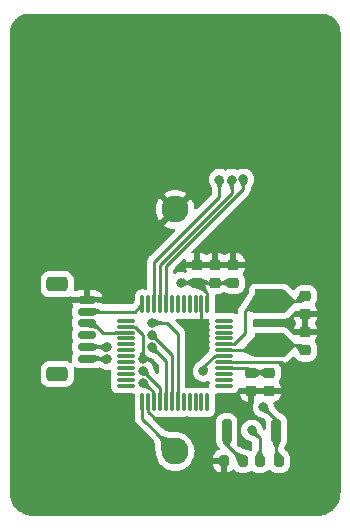
<source format=gbl>
G04 #@! TF.GenerationSoftware,KiCad,Pcbnew,7.0.2*
G04 #@! TF.CreationDate,2024-10-17T18:39:25+08:00*
G04 #@! TF.ProjectId,blinker,626c696e-6b65-4722-9e6b-696361645f70,rev?*
G04 #@! TF.SameCoordinates,Original*
G04 #@! TF.FileFunction,Copper,L2,Bot*
G04 #@! TF.FilePolarity,Positive*
%FSLAX46Y46*%
G04 Gerber Fmt 4.6, Leading zero omitted, Abs format (unit mm)*
G04 Created by KiCad (PCBNEW 7.0.2) date 2024-10-17 18:39:25*
%MOMM*%
%LPD*%
G01*
G04 APERTURE LIST*
G04 Aperture macros list*
%AMRoundRect*
0 Rectangle with rounded corners*
0 $1 Rounding radius*
0 $2 $3 $4 $5 $6 $7 $8 $9 X,Y pos of 4 corners*
0 Add a 4 corners polygon primitive as box body*
4,1,4,$2,$3,$4,$5,$6,$7,$8,$9,$2,$3,0*
0 Add four circle primitives for the rounded corners*
1,1,$1+$1,$2,$3*
1,1,$1+$1,$4,$5*
1,1,$1+$1,$6,$7*
1,1,$1+$1,$8,$9*
0 Add four rect primitives between the rounded corners*
20,1,$1+$1,$2,$3,$4,$5,0*
20,1,$1+$1,$4,$5,$6,$7,0*
20,1,$1+$1,$6,$7,$8,$9,0*
20,1,$1+$1,$8,$9,$2,$3,0*%
G04 Aperture macros list end*
G04 #@! TA.AperFunction,SMDPad,CuDef*
%ADD10R,2.400000X2.000000*%
G04 #@! TD*
G04 #@! TA.AperFunction,SMDPad,CuDef*
%ADD11RoundRect,0.075000X0.075000X0.662500X-0.075000X0.662500X-0.075000X-0.662500X0.075000X-0.662500X0*%
G04 #@! TD*
G04 #@! TA.AperFunction,SMDPad,CuDef*
%ADD12RoundRect,0.075000X0.662500X0.075000X-0.662500X0.075000X-0.662500X-0.075000X0.662500X-0.075000X0*%
G04 #@! TD*
G04 #@! TA.AperFunction,ComponentPad*
%ADD13C,2.280000*%
G04 #@! TD*
G04 #@! TA.AperFunction,SMDPad,CuDef*
%ADD14RoundRect,0.200000X-0.200000X-0.800000X0.200000X-0.800000X0.200000X0.800000X-0.200000X0.800000X0*%
G04 #@! TD*
G04 #@! TA.AperFunction,SMDPad,CuDef*
%ADD15RoundRect,0.200000X-0.200000X-0.275000X0.200000X-0.275000X0.200000X0.275000X-0.200000X0.275000X0*%
G04 #@! TD*
G04 #@! TA.AperFunction,SMDPad,CuDef*
%ADD16RoundRect,0.250000X-0.650000X0.350000X-0.650000X-0.350000X0.650000X-0.350000X0.650000X0.350000X0*%
G04 #@! TD*
G04 #@! TA.AperFunction,SMDPad,CuDef*
%ADD17RoundRect,0.150000X-0.625000X0.150000X-0.625000X-0.150000X0.625000X-0.150000X0.625000X0.150000X0*%
G04 #@! TD*
G04 #@! TA.AperFunction,SMDPad,CuDef*
%ADD18RoundRect,0.225000X0.250000X-0.225000X0.250000X0.225000X-0.250000X0.225000X-0.250000X-0.225000X0*%
G04 #@! TD*
G04 #@! TA.AperFunction,SMDPad,CuDef*
%ADD19RoundRect,0.225000X-0.250000X0.225000X-0.250000X-0.225000X0.250000X-0.225000X0.250000X0.225000X0*%
G04 #@! TD*
G04 #@! TA.AperFunction,ViaPad*
%ADD20C,0.800000*%
G04 #@! TD*
G04 #@! TA.AperFunction,Conductor*
%ADD21C,0.250000*%
G04 #@! TD*
G04 APERTURE END LIST*
D10*
X61976000Y-45538000D03*
X61976000Y-41838000D03*
D11*
X56725000Y-42065500D03*
X56225000Y-42065500D03*
X55725000Y-42065500D03*
X55225000Y-42065500D03*
X54725000Y-42065500D03*
X54225000Y-42065500D03*
X53725000Y-42065500D03*
X53225000Y-42065500D03*
X52725000Y-42065500D03*
X52225000Y-42065500D03*
X51725000Y-42065500D03*
X51225000Y-42065500D03*
D12*
X49812500Y-43478000D03*
X49812500Y-43978000D03*
X49812500Y-44478000D03*
X49812500Y-44978000D03*
X49812500Y-45478000D03*
X49812500Y-45978000D03*
X49812500Y-46478000D03*
X49812500Y-46978000D03*
X49812500Y-47478000D03*
X49812500Y-47978000D03*
X49812500Y-48478000D03*
X49812500Y-48978000D03*
D11*
X51225000Y-50390500D03*
X51725000Y-50390500D03*
X52225000Y-50390500D03*
X52725000Y-50390500D03*
X53225000Y-50390500D03*
X53725000Y-50390500D03*
X54225000Y-50390500D03*
X54725000Y-50390500D03*
X55225000Y-50390500D03*
X55725000Y-50390500D03*
X56225000Y-50390500D03*
X56725000Y-50390500D03*
D12*
X58137500Y-48978000D03*
X58137500Y-48478000D03*
X58137500Y-47978000D03*
X58137500Y-47478000D03*
X58137500Y-46978000D03*
X58137500Y-46478000D03*
X58137500Y-45978000D03*
X58137500Y-45478000D03*
X58137500Y-44978000D03*
X58137500Y-44478000D03*
X58137500Y-43978000D03*
X58137500Y-43478000D03*
D13*
X54000000Y-34052800D03*
X54000000Y-54542800D03*
D14*
X58352000Y-52816000D03*
X62552000Y-52816000D03*
D15*
X61151000Y-55372000D03*
X62801000Y-55372000D03*
X58103000Y-55356000D03*
X59753000Y-55356000D03*
D16*
X44012000Y-40396000D03*
X44012000Y-47996000D03*
D17*
X46537000Y-46696000D03*
X46537000Y-45696000D03*
X46537000Y-44696000D03*
X46537000Y-43696000D03*
X46537000Y-42696000D03*
X46537000Y-41696000D03*
D18*
X58928000Y-38722000D03*
X58928000Y-40272000D03*
X57404000Y-38722000D03*
X57404000Y-40272000D03*
X55880000Y-40272000D03*
X55880000Y-38722000D03*
D19*
X60452000Y-49416000D03*
X60452000Y-47866000D03*
X61976000Y-47866000D03*
X61976000Y-49416000D03*
X65024000Y-45987000D03*
X65024000Y-44437000D03*
D18*
X65024000Y-42939000D03*
X65024000Y-41389000D03*
D20*
X55000000Y-52000000D03*
X64000000Y-48000000D03*
X56000000Y-44000000D03*
X59775540Y-31499307D03*
X57750000Y-31528212D03*
X58776405Y-31526405D03*
X54500000Y-40250000D03*
X60500000Y-52750000D03*
X52041098Y-45720000D03*
X52041098Y-44715262D03*
X52077780Y-43653981D03*
X51316598Y-46727402D03*
X61468000Y-50800000D03*
X56388000Y-47752000D03*
X51312299Y-47747701D03*
X48260000Y-45720000D03*
X51308000Y-48768000D03*
X48260000Y-46736000D03*
D21*
X52531315Y-52000000D02*
X55000000Y-52000000D01*
X51725000Y-51193685D02*
X52531315Y-52000000D01*
X51725000Y-50390500D02*
X51725000Y-51193685D01*
X62978000Y-46978000D02*
X64000000Y-48000000D01*
X58137500Y-46978000D02*
X62978000Y-46978000D01*
X58137500Y-46978000D02*
X58159500Y-47000000D01*
X56225000Y-43775000D02*
X56000000Y-44000000D01*
X56225000Y-42065500D02*
X56225000Y-43775000D01*
X59775540Y-32324460D02*
X59775540Y-31499307D01*
X57300000Y-34800000D02*
X59775540Y-32324460D01*
X57300000Y-34800000D02*
X57550000Y-34550000D01*
X53225000Y-38875000D02*
X57300000Y-34800000D01*
X52725000Y-38738604D02*
X52725000Y-42065500D01*
X58776405Y-32687199D02*
X52725000Y-38738604D01*
X58776405Y-31526405D02*
X58776405Y-32687199D01*
X57750000Y-33000000D02*
X52225000Y-38525000D01*
X52225000Y-38525000D02*
X52225000Y-42065500D01*
X57750000Y-31528212D02*
X57750000Y-33000000D01*
X53225000Y-42065500D02*
X53225000Y-38875000D01*
X52225000Y-42065500D02*
X52225000Y-41262315D01*
X54522000Y-40272000D02*
X54500000Y-40250000D01*
X55880000Y-40272000D02*
X54522000Y-40272000D01*
X61151000Y-53401000D02*
X60500000Y-52750000D01*
X61151000Y-55372000D02*
X61151000Y-53401000D01*
X62552000Y-55123000D02*
X62801000Y-55372000D01*
X62552000Y-52816000D02*
X62552000Y-55123000D01*
X51225000Y-51767800D02*
X54000000Y-54542800D01*
X51225000Y-50390500D02*
X51225000Y-51767800D01*
X53305981Y-43653981D02*
X54225000Y-44573000D01*
X52077780Y-43653981D02*
X53305981Y-43653981D01*
X54225000Y-44573000D02*
X54225000Y-50390500D01*
X52061665Y-44715262D02*
X53725000Y-46378597D01*
X53725000Y-46378597D02*
X53725000Y-50390500D01*
X52041098Y-44715262D02*
X52061665Y-44715262D01*
X53225000Y-46903902D02*
X52041098Y-45720000D01*
X53225000Y-50390500D02*
X53225000Y-46903902D01*
X50615685Y-43978000D02*
X49812500Y-43978000D01*
X51316598Y-44678913D02*
X50615685Y-43978000D01*
X51316598Y-46727402D02*
X51316598Y-44678913D01*
X52725000Y-49160402D02*
X52725000Y-50390500D01*
X51312299Y-47747701D02*
X52725000Y-49160402D01*
X52225000Y-49587315D02*
X52225000Y-50390500D01*
X51405685Y-48768000D02*
X52225000Y-49587315D01*
X51308000Y-48768000D02*
X51405685Y-48768000D01*
X48220000Y-46696000D02*
X48260000Y-46736000D01*
X46537000Y-46696000D02*
X48220000Y-46696000D01*
X48236000Y-45696000D02*
X48260000Y-45720000D01*
X46537000Y-45696000D02*
X48236000Y-45696000D01*
X46537000Y-42696000D02*
X50594500Y-42696000D01*
X57334315Y-46478000D02*
X58137500Y-46478000D01*
X56388000Y-47752000D02*
X56388000Y-47424315D01*
X56388000Y-47424315D02*
X57334315Y-46478000D01*
X61468000Y-50800000D02*
X62552000Y-51884000D01*
X62552000Y-51884000D02*
X62552000Y-52816000D01*
X55880000Y-40272000D02*
X58928000Y-40272000D01*
X56725000Y-42065500D02*
X56725000Y-41117000D01*
X56725000Y-41117000D02*
X55880000Y-40272000D01*
X64575000Y-41838000D02*
X65024000Y-41389000D01*
X61976000Y-41838000D02*
X64575000Y-41838000D01*
X64575000Y-45538000D02*
X65024000Y-45987000D01*
X61976000Y-45538000D02*
X64575000Y-45538000D01*
X61536000Y-45978000D02*
X61976000Y-45538000D01*
X58137500Y-45978000D02*
X61536000Y-45978000D01*
X59944000Y-43687000D02*
X59943000Y-43688000D01*
X59944000Y-42672000D02*
X59944000Y-43687000D01*
X60778000Y-41838000D02*
X59944000Y-42672000D01*
X61976000Y-41838000D02*
X60778000Y-41838000D01*
X59943000Y-43688000D02*
X59943000Y-43363000D01*
X59943000Y-44475685D02*
X59943000Y-43688000D01*
X58940685Y-45478000D02*
X59943000Y-44475685D01*
X58137500Y-45478000D02*
X58940685Y-45478000D01*
X45967751Y-45696000D02*
X45991751Y-45720000D01*
X47067751Y-43696000D02*
X47849751Y-44478000D01*
X47849751Y-44478000D02*
X49812500Y-44478000D01*
X51225000Y-42065500D02*
X50594500Y-42696000D01*
X58352000Y-53955000D02*
X59753000Y-55356000D01*
X58352000Y-52816000D02*
X58352000Y-53955000D01*
X60452000Y-47866000D02*
X61976000Y-47866000D01*
X58137500Y-47478000D02*
X60064000Y-47478000D01*
X60064000Y-47478000D02*
X60452000Y-47866000D01*
X58137500Y-47478000D02*
X58112500Y-47503000D01*
G04 #@! TA.AperFunction,Conductor*
G36*
X56283126Y-43174053D02*
G01*
X56300476Y-43185202D01*
X56326489Y-43205163D01*
X56367690Y-43261589D01*
X56373878Y-43297102D01*
X56375000Y-43298086D01*
X56456899Y-43287305D01*
X56489270Y-43287305D01*
X56499762Y-43288686D01*
X56499764Y-43288687D01*
X56612280Y-43303500D01*
X56616333Y-43303500D01*
X56775500Y-43303500D01*
X56842539Y-43323185D01*
X56888294Y-43375989D01*
X56899500Y-43427500D01*
X56899500Y-43590720D01*
X56900028Y-43594734D01*
X56900029Y-43594742D01*
X56915441Y-43711816D01*
X56915441Y-43744184D01*
X56900029Y-43861257D01*
X56900028Y-43861266D01*
X56899500Y-43865280D01*
X56899500Y-44090720D01*
X56900028Y-44094734D01*
X56900029Y-44094742D01*
X56915441Y-44211816D01*
X56915441Y-44244184D01*
X56900029Y-44361257D01*
X56900028Y-44361266D01*
X56899500Y-44365280D01*
X56899500Y-44590720D01*
X56900028Y-44594734D01*
X56900029Y-44594742D01*
X56915441Y-44711816D01*
X56915441Y-44744184D01*
X56900029Y-44861257D01*
X56900028Y-44861266D01*
X56899500Y-44865280D01*
X56899500Y-45090720D01*
X56900028Y-45094736D01*
X56900029Y-45094740D01*
X56915442Y-45211814D01*
X56915442Y-45244184D01*
X56900029Y-45361259D01*
X56899500Y-45365280D01*
X56899500Y-45590720D01*
X56900028Y-45594734D01*
X56900029Y-45594742D01*
X56915441Y-45711816D01*
X56915441Y-45744184D01*
X56900029Y-45861257D01*
X56900028Y-45861266D01*
X56899500Y-45865280D01*
X56899500Y-45869332D01*
X56899500Y-45869333D01*
X56899500Y-45976861D01*
X56879815Y-46043900D01*
X56863181Y-46064542D01*
X56318591Y-46609131D01*
X56302689Y-46622563D01*
X56286215Y-46634257D01*
X56179029Y-46736154D01*
X56173519Y-46741087D01*
X56098744Y-46804127D01*
X56095715Y-46806600D01*
X56010541Y-46873930D01*
X56009352Y-46874905D01*
X56004996Y-46878538D01*
X55908636Y-46959776D01*
X55904292Y-46963550D01*
X55897209Y-46969704D01*
X55896301Y-46970517D01*
X55885608Y-46980397D01*
X55760719Y-47099206D01*
X55760705Y-47099219D01*
X55759977Y-47099913D01*
X55759827Y-47100060D01*
X55758654Y-47101349D01*
X55758638Y-47101366D01*
X55720837Y-47142918D01*
X55719504Y-47145153D01*
X55705182Y-47164568D01*
X55655466Y-47219784D01*
X55560820Y-47383715D01*
X55502326Y-47563742D01*
X55482540Y-47752000D01*
X55502326Y-47940257D01*
X55560820Y-48120284D01*
X55655466Y-48284216D01*
X55782129Y-48424889D01*
X55935269Y-48536151D01*
X56108197Y-48613144D01*
X56293352Y-48652500D01*
X56293354Y-48652500D01*
X56482648Y-48652500D01*
X56667800Y-48613145D01*
X56667801Y-48613144D01*
X56667803Y-48613144D01*
X56737760Y-48581996D01*
X56807007Y-48572711D01*
X56870284Y-48602339D01*
X56907498Y-48661473D01*
X56911133Y-48679091D01*
X56915441Y-48711815D01*
X56915441Y-48744184D01*
X56900029Y-48861257D01*
X56900028Y-48861266D01*
X56899500Y-48865280D01*
X56899500Y-48869333D01*
X56899500Y-49028500D01*
X56879815Y-49095539D01*
X56827011Y-49141294D01*
X56775500Y-49152500D01*
X56612280Y-49152500D01*
X56608266Y-49153028D01*
X56608257Y-49153029D01*
X56491183Y-49168441D01*
X56458815Y-49168441D01*
X56341742Y-49153029D01*
X56341734Y-49153028D01*
X56337720Y-49152500D01*
X56112280Y-49152500D01*
X56108266Y-49153028D01*
X56108257Y-49153029D01*
X55991181Y-49168442D01*
X55958812Y-49168442D01*
X55841740Y-49153029D01*
X55841736Y-49153028D01*
X55837720Y-49152500D01*
X55612280Y-49152500D01*
X55608266Y-49153028D01*
X55608257Y-49153029D01*
X55491181Y-49168442D01*
X55458812Y-49168442D01*
X55341740Y-49153029D01*
X55341736Y-49153028D01*
X55337720Y-49152500D01*
X55112280Y-49152500D01*
X55108266Y-49153028D01*
X55108257Y-49153029D01*
X54991181Y-49168442D01*
X54958674Y-49168424D01*
X54958177Y-49168358D01*
X54894312Y-49140019D01*
X54855906Y-49081652D01*
X54850500Y-49045437D01*
X54850500Y-46852500D01*
X54850500Y-44655730D01*
X54852763Y-44635243D01*
X54851364Y-44590720D01*
X54850561Y-44565144D01*
X54850500Y-44561250D01*
X54850500Y-44537544D01*
X54850500Y-44533650D01*
X54849998Y-44529681D01*
X54849080Y-44518024D01*
X54847709Y-44474373D01*
X54842120Y-44455140D01*
X54838174Y-44436082D01*
X54835664Y-44416208D01*
X54819588Y-44375606D01*
X54815804Y-44364552D01*
X54803619Y-44322613D01*
X54803618Y-44322612D01*
X54803618Y-44322610D01*
X54793417Y-44305361D01*
X54784860Y-44287895D01*
X54777486Y-44269268D01*
X54751813Y-44233932D01*
X54745402Y-44224172D01*
X54723169Y-44186578D01*
X54709006Y-44172415D01*
X54696369Y-44157620D01*
X54684595Y-44141414D01*
X54672305Y-44131247D01*
X54650935Y-44113568D01*
X54642305Y-44105714D01*
X54051772Y-43515181D01*
X54018287Y-43453858D01*
X54023271Y-43384166D01*
X54065143Y-43328233D01*
X54130607Y-43303816D01*
X54139453Y-43303500D01*
X54333667Y-43303500D01*
X54337720Y-43303500D01*
X54450236Y-43288687D01*
X54450238Y-43288685D01*
X54458814Y-43287557D01*
X54491186Y-43287557D01*
X54499761Y-43288685D01*
X54499764Y-43288687D01*
X54612280Y-43303500D01*
X54616333Y-43303500D01*
X54833667Y-43303500D01*
X54837720Y-43303500D01*
X54950236Y-43288687D01*
X54950238Y-43288685D01*
X54958814Y-43287557D01*
X54991186Y-43287557D01*
X54999761Y-43288685D01*
X54999764Y-43288687D01*
X55112280Y-43303500D01*
X55116333Y-43303500D01*
X55333667Y-43303500D01*
X55337720Y-43303500D01*
X55450236Y-43288687D01*
X55450238Y-43288685D01*
X55458814Y-43287557D01*
X55491186Y-43287557D01*
X55499761Y-43288685D01*
X55499764Y-43288687D01*
X55612280Y-43303500D01*
X55616333Y-43303500D01*
X55833667Y-43303500D01*
X55837720Y-43303500D01*
X55950236Y-43288687D01*
X55950238Y-43288686D01*
X55960729Y-43287305D01*
X55993099Y-43287305D01*
X56074999Y-43298086D01*
X56077155Y-43296195D01*
X56094685Y-43236497D01*
X56123508Y-43205164D01*
X56149515Y-43185208D01*
X56214681Y-43160015D01*
X56283126Y-43174053D01*
G37*
G04 #@! TD.AperFunction*
G04 #@! TA.AperFunction,Conductor*
G36*
X51227571Y-46138165D02*
G01*
X51266683Y-46179676D01*
X51308564Y-46252215D01*
X51435227Y-46392889D01*
X51588365Y-46504150D01*
X51625535Y-46520699D01*
X51701285Y-46554425D01*
X51707600Y-46557454D01*
X51734652Y-46571383D01*
X51750675Y-46576919D01*
X51760612Y-46580840D01*
X51762589Y-46581720D01*
X51772704Y-46584531D01*
X51887163Y-46624080D01*
X51888600Y-46624548D01*
X51910437Y-46631497D01*
X51911843Y-46631917D01*
X51911525Y-46631815D01*
X51913015Y-46632222D01*
X51935244Y-46638127D01*
X51936698Y-46638486D01*
X52041036Y-46663545D01*
X52046862Y-46664945D01*
X52051722Y-46666219D01*
X52071976Y-46671975D01*
X52118933Y-46697244D01*
X52180512Y-46750216D01*
X52180574Y-46750266D01*
X52182204Y-46751598D01*
X52206489Y-46771036D01*
X52216622Y-46780114D01*
X52563180Y-47126672D01*
X52596665Y-47187995D01*
X52599499Y-47214353D01*
X52599500Y-47850949D01*
X52579816Y-47917988D01*
X52527012Y-47963743D01*
X52457853Y-47973687D01*
X52394297Y-47944662D01*
X52387819Y-47938630D01*
X52363031Y-47913842D01*
X52346160Y-47892830D01*
X52342517Y-47887117D01*
X52289543Y-47825534D01*
X52264276Y-47778581D01*
X52258514Y-47758310D01*
X52257240Y-47753451D01*
X52238297Y-47674610D01*
X52230426Y-47641846D01*
X52230046Y-47640381D01*
X52224114Y-47618128D01*
X52223711Y-47616720D01*
X52223796Y-47617040D01*
X52223342Y-47615582D01*
X52216379Y-47593766D01*
X52215902Y-47592358D01*
X52163682Y-47441255D01*
X52159223Y-47428914D01*
X52158874Y-47427947D01*
X52158636Y-47427316D01*
X52149197Y-47406685D01*
X52144032Y-47393435D01*
X52139478Y-47379417D01*
X52063527Y-47247865D01*
X52044832Y-47215484D01*
X51918169Y-47074811D01*
X51765029Y-46963549D01*
X51592101Y-46886556D01*
X51406947Y-46847201D01*
X51406945Y-46847201D01*
X51217653Y-46847201D01*
X51183944Y-46854366D01*
X51114277Y-46849049D01*
X51058543Y-46806911D01*
X51035224Y-46749257D01*
X51034556Y-46744182D01*
X51034557Y-46711814D01*
X51035685Y-46703238D01*
X51035687Y-46703236D01*
X51050500Y-46590720D01*
X51050500Y-46365280D01*
X51036357Y-46257857D01*
X51047122Y-46188827D01*
X51093502Y-46136571D01*
X51160770Y-46117685D01*
X51227571Y-46138165D01*
G37*
G04 #@! TD.AperFunction*
G04 #@! TA.AperFunction,Conductor*
G36*
X66504417Y-17500815D02*
G01*
X66569755Y-17505489D01*
X66712453Y-17516719D01*
X66729056Y-17519168D01*
X66818500Y-17538625D01*
X66820979Y-17539192D01*
X66932570Y-17565983D01*
X66946925Y-17570365D01*
X67037735Y-17604236D01*
X67041696Y-17605794D01*
X67142794Y-17647670D01*
X67154758Y-17653394D01*
X67241588Y-17700807D01*
X67246915Y-17703892D01*
X67338433Y-17759974D01*
X67347951Y-17766432D01*
X67427845Y-17826241D01*
X67434037Y-17831193D01*
X67515086Y-17900416D01*
X67522235Y-17907025D01*
X67592973Y-17977763D01*
X67599582Y-17984912D01*
X67668793Y-18065947D01*
X67673770Y-18072169D01*
X67733564Y-18152045D01*
X67740024Y-18161565D01*
X67796100Y-18253072D01*
X67799206Y-18258436D01*
X67846602Y-18345237D01*
X67852330Y-18357209D01*
X67875679Y-18413578D01*
X67894181Y-18458245D01*
X67895790Y-18462335D01*
X67929627Y-18553056D01*
X67934019Y-18567442D01*
X67960793Y-18678964D01*
X67961385Y-18681553D01*
X67980828Y-18770933D01*
X67983280Y-18787561D01*
X67994517Y-18930330D01*
X67999184Y-18995584D01*
X67999500Y-19004425D01*
X67999500Y-57995947D01*
X67999234Y-58004058D01*
X67994017Y-58083648D01*
X67981291Y-58261574D01*
X67979225Y-58276916D01*
X67956851Y-58389402D01*
X67926212Y-58530244D01*
X67922473Y-58543714D01*
X67883793Y-58657660D01*
X67882556Y-58661135D01*
X67834938Y-58788802D01*
X67829969Y-58800311D01*
X67775564Y-58910635D01*
X67773183Y-58915219D01*
X67709154Y-59032478D01*
X67703424Y-59041942D01*
X67634383Y-59145269D01*
X67630548Y-59150688D01*
X67551181Y-59256711D01*
X67545142Y-59264160D01*
X67462867Y-59357976D01*
X67457320Y-59363898D01*
X67363898Y-59457320D01*
X67357976Y-59462867D01*
X67264160Y-59545142D01*
X67256711Y-59551181D01*
X67150688Y-59630548D01*
X67145269Y-59634383D01*
X67041942Y-59703424D01*
X67032478Y-59709154D01*
X66915219Y-59773183D01*
X66910635Y-59775564D01*
X66800311Y-59829969D01*
X66788802Y-59834938D01*
X66661135Y-59882556D01*
X66657660Y-59883793D01*
X66543722Y-59922470D01*
X66530221Y-59926217D01*
X66389419Y-59956847D01*
X66342048Y-59966270D01*
X66276896Y-59979229D01*
X66261584Y-59981290D01*
X66083649Y-59994017D01*
X66060221Y-59995552D01*
X66004030Y-59999235D01*
X65995948Y-59999500D01*
X42004053Y-59999500D01*
X41995943Y-59999234D01*
X41916352Y-59994017D01*
X41738424Y-59981291D01*
X41723082Y-59979225D01*
X41665195Y-59967710D01*
X41610600Y-59956851D01*
X41469746Y-59926210D01*
X41456284Y-59922473D01*
X41456275Y-59922470D01*
X41385362Y-59898398D01*
X41342338Y-59883793D01*
X41338863Y-59882556D01*
X41211196Y-59834938D01*
X41199687Y-59829969D01*
X41134947Y-59798043D01*
X41089348Y-59775556D01*
X41084779Y-59773183D01*
X40967520Y-59709154D01*
X40958056Y-59703424D01*
X40854729Y-59634383D01*
X40849310Y-59630548D01*
X40793396Y-59588691D01*
X40743278Y-59551173D01*
X40735848Y-59545150D01*
X40642022Y-59462867D01*
X40636100Y-59457320D01*
X40542678Y-59363898D01*
X40537131Y-59357976D01*
X40505450Y-59321851D01*
X40454844Y-59264145D01*
X40448830Y-59256727D01*
X40369450Y-59150688D01*
X40365615Y-59145269D01*
X40296574Y-59041942D01*
X40290844Y-59032478D01*
X40226798Y-58915187D01*
X40224461Y-58910687D01*
X40170024Y-58800300D01*
X40165060Y-58788802D01*
X40117420Y-58661074D01*
X40116228Y-58657725D01*
X40077522Y-58543703D01*
X40073786Y-58530240D01*
X40043157Y-58389441D01*
X40020767Y-58276879D01*
X40018709Y-58261593D01*
X40005988Y-58083743D01*
X40000765Y-58004041D01*
X40000500Y-57995936D01*
X40000500Y-48392877D01*
X42611500Y-48392877D01*
X42611501Y-48396008D01*
X42611820Y-48399140D01*
X42611821Y-48399141D01*
X42622000Y-48498796D01*
X42677186Y-48665334D01*
X42769288Y-48814657D01*
X42893342Y-48938711D01*
X42893344Y-48938712D01*
X43042666Y-49030814D01*
X43154017Y-49067712D01*
X43209202Y-49085999D01*
X43308858Y-49096180D01*
X43308859Y-49096180D01*
X43311991Y-49096500D01*
X44712008Y-49096499D01*
X44814797Y-49085999D01*
X44981334Y-49030814D01*
X45130656Y-48938712D01*
X45254712Y-48814656D01*
X45346814Y-48665334D01*
X45401999Y-48498797D01*
X45412500Y-48396009D01*
X45412499Y-47595992D01*
X45408646Y-47558274D01*
X47882872Y-47558274D01*
X47883325Y-47558488D01*
X47883065Y-47558360D01*
X47883060Y-47558358D01*
X47883064Y-47558359D01*
X47883061Y-47558358D01*
X47882872Y-47558274D01*
X45408646Y-47558274D01*
X45405971Y-47532093D01*
X45418740Y-47463404D01*
X45466620Y-47412519D01*
X45534410Y-47395598D01*
X45592450Y-47412762D01*
X45651602Y-47447744D01*
X45809427Y-47493597D01*
X45809431Y-47493598D01*
X45846306Y-47496500D01*
X45848751Y-47496500D01*
X47225249Y-47496500D01*
X47227694Y-47496500D01*
X47264569Y-47493598D01*
X47404791Y-47452858D01*
X47408353Y-47451883D01*
X47418355Y-47449309D01*
X47418359Y-47449307D01*
X47420668Y-47448713D01*
X47424106Y-47447503D01*
X47431092Y-47444001D01*
X47516848Y-47408269D01*
X47586299Y-47400655D01*
X47637041Y-47422136D01*
X47653707Y-47434148D01*
X47655613Y-47435442D01*
X47685042Y-47455004D01*
X47686993Y-47456225D01*
X47686518Y-47455909D01*
X47688503Y-47457052D01*
X47718954Y-47474189D01*
X47720975Y-47475255D01*
X47797029Y-47514475D01*
X47803555Y-47518497D01*
X47807269Y-47520150D01*
X47807270Y-47520151D01*
X47809575Y-47521177D01*
X47815966Y-47524246D01*
X47863853Y-47548955D01*
X47863927Y-47548991D01*
X47864984Y-47549517D01*
X47881413Y-47557571D01*
X47882198Y-47557956D01*
X47883061Y-47558358D01*
X47885200Y-47559168D01*
X47885210Y-47559172D01*
X47946725Y-47582461D01*
X47953246Y-47585144D01*
X47980197Y-47597144D01*
X48041915Y-47610262D01*
X48165352Y-47636500D01*
X48165354Y-47636500D01*
X48354646Y-47636500D01*
X48440194Y-47618316D01*
X48509859Y-47623631D01*
X48565593Y-47665768D01*
X48589699Y-47731348D01*
X48588913Y-47755790D01*
X48575029Y-47861257D01*
X48575028Y-47861266D01*
X48574500Y-47865280D01*
X48574500Y-48090720D01*
X48575028Y-48094736D01*
X48575029Y-48094740D01*
X48590442Y-48211812D01*
X48590442Y-48244181D01*
X48575029Y-48361257D01*
X48575028Y-48361266D01*
X48574500Y-48365280D01*
X48574500Y-48590720D01*
X48575028Y-48594734D01*
X48575029Y-48594742D01*
X48590441Y-48711816D01*
X48590441Y-48744184D01*
X48575029Y-48861257D01*
X48575028Y-48861266D01*
X48574500Y-48865280D01*
X48574500Y-49090720D01*
X48575028Y-49094737D01*
X48575029Y-49094739D01*
X48575219Y-49096180D01*
X48589313Y-49203236D01*
X48647302Y-49343233D01*
X48739549Y-49463451D01*
X48859767Y-49555698D01*
X48999764Y-49613687D01*
X49112280Y-49628500D01*
X49116333Y-49628500D01*
X50450500Y-49628500D01*
X50517539Y-49648185D01*
X50563294Y-49700989D01*
X50574500Y-49752500D01*
X50574500Y-50987262D01*
X50573304Y-51004446D01*
X50571072Y-51020390D01*
X50571069Y-51020413D01*
X50570718Y-51022927D01*
X50570502Y-51026799D01*
X50570573Y-51029383D01*
X50570573Y-51029384D01*
X50572146Y-51086666D01*
X50572809Y-51110780D01*
X50573092Y-51113335D01*
X50573093Y-51113336D01*
X50596436Y-51323417D01*
X50596641Y-51324979D01*
X50598346Y-51337319D01*
X50599500Y-51354196D01*
X50599500Y-51685056D01*
X50597235Y-51705566D01*
X50599439Y-51775672D01*
X50599500Y-51779567D01*
X50599500Y-51807150D01*
X50599988Y-51811019D01*
X50599989Y-51811025D01*
X50600004Y-51811143D01*
X50600918Y-51822767D01*
X50602290Y-51866426D01*
X50607879Y-51885660D01*
X50611825Y-51904716D01*
X50614335Y-51924592D01*
X50630414Y-51965204D01*
X50634197Y-51976251D01*
X50646382Y-52018191D01*
X50656580Y-52035435D01*
X50665136Y-52052900D01*
X50672514Y-52071532D01*
X50672515Y-52071533D01*
X50698180Y-52106859D01*
X50704593Y-52116622D01*
X50726826Y-52154216D01*
X50726829Y-52154219D01*
X50726830Y-52154220D01*
X50740995Y-52168385D01*
X50753627Y-52183175D01*
X50765406Y-52199387D01*
X50799058Y-52227226D01*
X50807699Y-52235089D01*
X51998814Y-53426204D01*
X52008927Y-53439449D01*
X52009649Y-53438887D01*
X52015093Y-53445879D01*
X52015095Y-53445883D01*
X52183286Y-53661917D01*
X52224437Y-53714774D01*
X52243507Y-53749632D01*
X52295735Y-53897420D01*
X52302422Y-53928795D01*
X52320334Y-54151483D01*
X52320630Y-54156374D01*
X52334208Y-54489399D01*
X52334369Y-54491730D01*
X52337200Y-54527440D01*
X52337450Y-54529773D01*
X52337406Y-54529204D01*
X52337751Y-54531565D01*
X52343386Y-54567560D01*
X52343819Y-54569889D01*
X52363763Y-54671792D01*
X52365685Y-54685853D01*
X52374687Y-54800225D01*
X52434966Y-55051310D01*
X52457620Y-55106000D01*
X52533784Y-55289875D01*
X52668703Y-55510044D01*
X52668705Y-55510047D01*
X52735277Y-55587992D01*
X52836404Y-55706396D01*
X53032756Y-55874097D01*
X53252925Y-56009016D01*
X53404591Y-56071838D01*
X53491489Y-56107833D01*
X53570812Y-56126876D01*
X53742576Y-56168113D01*
X54000000Y-56188373D01*
X54257424Y-56168113D01*
X54508510Y-56107833D01*
X54747075Y-56009016D01*
X54967244Y-55874097D01*
X55163596Y-55706396D01*
X55249343Y-55606000D01*
X57203001Y-55606000D01*
X57203001Y-55684753D01*
X57203256Y-55690389D01*
X57209408Y-55758104D01*
X57259981Y-55920397D01*
X57347925Y-56065875D01*
X57468124Y-56186074D01*
X57613603Y-56274019D01*
X57775893Y-56324590D01*
X57843620Y-56330745D01*
X57849238Y-56330999D01*
X57852999Y-56330998D01*
X57853000Y-55606000D01*
X57203001Y-55606000D01*
X55249343Y-55606000D01*
X55331297Y-55510044D01*
X55466216Y-55289875D01*
X55542380Y-55106000D01*
X57203000Y-55106000D01*
X58229000Y-55106000D01*
X58296039Y-55125685D01*
X58341794Y-55178489D01*
X58353000Y-55230000D01*
X58353000Y-56330999D01*
X58356753Y-56330999D01*
X58362389Y-56330743D01*
X58430104Y-56324591D01*
X58592397Y-56274018D01*
X58737873Y-56186075D01*
X58839964Y-56083984D01*
X58901287Y-56050499D01*
X58970979Y-56055483D01*
X59015325Y-56083982D01*
X59117815Y-56186472D01*
X59263394Y-56274478D01*
X59425804Y-56325086D01*
X59496384Y-56331500D01*
X59499203Y-56331500D01*
X60006797Y-56331500D01*
X60009616Y-56331500D01*
X60080196Y-56325086D01*
X60242606Y-56274478D01*
X60374621Y-56194671D01*
X60442173Y-56176836D01*
X60502010Y-56196204D01*
X60502930Y-56194683D01*
X60515815Y-56202472D01*
X60661394Y-56290478D01*
X60823804Y-56341086D01*
X60894384Y-56347500D01*
X60897203Y-56347500D01*
X61404797Y-56347500D01*
X61407616Y-56347500D01*
X61478196Y-56341086D01*
X61640606Y-56290478D01*
X61786185Y-56202472D01*
X61820545Y-56168112D01*
X61888319Y-56100339D01*
X61949642Y-56066854D01*
X62019334Y-56071838D01*
X62063681Y-56100339D01*
X62165813Y-56202471D01*
X62165815Y-56202472D01*
X62311394Y-56290478D01*
X62473804Y-56341086D01*
X62544384Y-56347500D01*
X62547203Y-56347500D01*
X63054797Y-56347500D01*
X63057616Y-56347500D01*
X63128196Y-56341086D01*
X63290606Y-56290478D01*
X63436185Y-56202472D01*
X63556472Y-56082185D01*
X63644478Y-55936606D01*
X63695086Y-55774196D01*
X63701500Y-55703616D01*
X63701500Y-55040384D01*
X63695086Y-54969804D01*
X63644478Y-54807394D01*
X63556472Y-54661815D01*
X63436185Y-54541528D01*
X63420571Y-54532089D01*
X63396835Y-54513446D01*
X63321276Y-54437522D01*
X63257257Y-54373193D01*
X63223920Y-54311789D01*
X63229073Y-54242110D01*
X63234072Y-54230611D01*
X63387154Y-53922142D01*
X63387751Y-53920889D01*
X63389894Y-53916302D01*
X63390191Y-53915668D01*
X63395339Y-53906048D01*
X63395380Y-53905918D01*
X63398952Y-53895971D01*
X63396958Y-53901199D01*
X63422613Y-53828905D01*
X63423355Y-53822866D01*
X63428045Y-53801090D01*
X63429717Y-53795725D01*
X63446086Y-53743196D01*
X63452500Y-53672616D01*
X63452500Y-51959384D01*
X63446086Y-51888804D01*
X63395478Y-51726394D01*
X63307472Y-51580815D01*
X63307471Y-51580813D01*
X63187186Y-51460528D01*
X63099180Y-51407326D01*
X63041606Y-51372522D01*
X62901559Y-51328882D01*
X62850769Y-51298178D01*
X62518732Y-50966141D01*
X62501855Y-50945120D01*
X62498217Y-50939414D01*
X62445246Y-50877835D01*
X62419977Y-50830880D01*
X62414215Y-50810609D01*
X62412941Y-50805750D01*
X62386127Y-50694146D01*
X62386127Y-50694145D01*
X62385747Y-50692680D01*
X62379815Y-50670427D01*
X62379412Y-50669019D01*
X62379497Y-50669339D01*
X62379043Y-50667881D01*
X62372080Y-50646065D01*
X62371603Y-50644657D01*
X62328344Y-50519490D01*
X62323275Y-50504820D01*
X62319987Y-50435032D01*
X62354953Y-50374541D01*
X62401474Y-50346621D01*
X62534485Y-50302546D01*
X62678732Y-50213573D01*
X62798573Y-50093732D01*
X62887546Y-49949486D01*
X62940856Y-49788606D01*
X62950680Y-49692445D01*
X62951000Y-49686167D01*
X62951000Y-49666000D01*
X60702000Y-49666000D01*
X60702000Y-50292524D01*
X60685387Y-50354524D01*
X60640820Y-50431715D01*
X60582326Y-50611742D01*
X60562540Y-50799999D01*
X60582326Y-50988257D01*
X60640820Y-51168284D01*
X60735466Y-51332216D01*
X60862129Y-51472889D01*
X61015267Y-51584150D01*
X61058569Y-51603429D01*
X61128187Y-51634425D01*
X61134502Y-51637454D01*
X61161554Y-51651383D01*
X61177577Y-51656919D01*
X61187514Y-51660840D01*
X61189491Y-51661720D01*
X61199606Y-51664531D01*
X61314065Y-51704080D01*
X61315502Y-51704548D01*
X61337339Y-51711497D01*
X61338745Y-51711917D01*
X61338427Y-51711815D01*
X61339917Y-51712222D01*
X61362146Y-51718127D01*
X61363600Y-51718486D01*
X61467938Y-51743545D01*
X61473764Y-51744945D01*
X61478624Y-51746219D01*
X61498878Y-51751975D01*
X61545835Y-51777244D01*
X61607414Y-51830216D01*
X61607476Y-51830266D01*
X61609106Y-51831598D01*
X61607207Y-51830053D01*
X61647368Y-51887224D01*
X61653421Y-51938244D01*
X61651500Y-51959384D01*
X61651500Y-51962203D01*
X61651500Y-52574963D01*
X61631815Y-52642002D01*
X61579011Y-52687757D01*
X61509853Y-52697701D01*
X61446297Y-52668676D01*
X61409355Y-52612615D01*
X61404081Y-52596066D01*
X61403603Y-52594657D01*
X61351383Y-52443554D01*
X61346924Y-52431213D01*
X61346575Y-52430246D01*
X61346337Y-52429615D01*
X61336898Y-52408984D01*
X61331733Y-52395734D01*
X61327179Y-52381716D01*
X61297175Y-52329748D01*
X61232533Y-52217783D01*
X61105870Y-52077110D01*
X60952730Y-51965848D01*
X60779802Y-51888855D01*
X60594648Y-51849500D01*
X60594646Y-51849500D01*
X60405354Y-51849500D01*
X60405352Y-51849500D01*
X60220197Y-51888855D01*
X60047269Y-51965848D01*
X59894129Y-52077110D01*
X59767466Y-52217783D01*
X59672820Y-52381715D01*
X59614326Y-52561742D01*
X59594540Y-52750000D01*
X59614326Y-52938257D01*
X59672820Y-53118284D01*
X59767466Y-53282216D01*
X59894129Y-53422889D01*
X60047267Y-53534150D01*
X60094327Y-53555102D01*
X60160187Y-53584425D01*
X60166502Y-53587454D01*
X60193554Y-53601383D01*
X60209577Y-53606919D01*
X60219514Y-53610840D01*
X60221491Y-53611720D01*
X60231606Y-53614531D01*
X60346065Y-53654080D01*
X60347502Y-53654548D01*
X60369339Y-53661497D01*
X60370745Y-53661917D01*
X60370427Y-53661815D01*
X60371917Y-53662222D01*
X60394146Y-53668127D01*
X60395600Y-53668486D01*
X60430468Y-53676854D01*
X60491054Y-53711655D01*
X60523207Y-53773687D01*
X60525500Y-53797423D01*
X60525499Y-54339314D01*
X60512574Y-54394435D01*
X60493730Y-54432408D01*
X60446297Y-54483709D01*
X60378658Y-54501223D01*
X60318506Y-54483404D01*
X60242609Y-54437523D01*
X60080193Y-54386913D01*
X60012424Y-54380755D01*
X60012420Y-54380754D01*
X60009616Y-54380500D01*
X60006797Y-54380500D01*
X59979339Y-54380500D01*
X59932526Y-54371324D01*
X59925329Y-54368390D01*
X59754629Y-54298796D01*
X59483624Y-54188308D01*
X59442756Y-54161165D01*
X59249798Y-53968207D01*
X59216313Y-53906884D01*
X59218479Y-53845669D01*
X59218694Y-53844935D01*
X59227712Y-53811763D01*
X59232845Y-53785685D01*
X59246086Y-53743196D01*
X59252500Y-53672616D01*
X59252500Y-51959384D01*
X59246086Y-51888804D01*
X59195478Y-51726394D01*
X59107472Y-51580815D01*
X59107471Y-51580813D01*
X58987186Y-51460528D01*
X58899180Y-51407326D01*
X58841606Y-51372522D01*
X58689032Y-51324979D01*
X58679193Y-51321913D01*
X58611424Y-51315755D01*
X58611420Y-51315754D01*
X58608616Y-51315500D01*
X58095384Y-51315500D01*
X58092580Y-51315754D01*
X58092575Y-51315755D01*
X58024806Y-51321913D01*
X57948403Y-51345721D01*
X57862394Y-51372522D01*
X57862392Y-51372522D01*
X57862392Y-51372523D01*
X57716813Y-51460528D01*
X57596528Y-51580813D01*
X57508523Y-51726392D01*
X57508522Y-51726394D01*
X57493167Y-51775672D01*
X57457913Y-51888806D01*
X57453421Y-51938244D01*
X57451500Y-51959384D01*
X57451500Y-53672616D01*
X57451754Y-53675420D01*
X57451755Y-53675424D01*
X57457913Y-53743193D01*
X57457914Y-53743195D01*
X57457914Y-53743196D01*
X57508522Y-53905606D01*
X57546366Y-53968207D01*
X57591187Y-54042351D01*
X57596528Y-54051185D01*
X57716815Y-54171472D01*
X57736832Y-54183572D01*
X57784019Y-54235097D01*
X57795859Y-54303957D01*
X57768592Y-54368286D01*
X57710874Y-54407661D01*
X57709575Y-54408074D01*
X57613601Y-54437981D01*
X57468124Y-54525925D01*
X57347925Y-54646124D01*
X57259980Y-54791603D01*
X57209409Y-54953893D01*
X57203255Y-55021615D01*
X57203000Y-55027244D01*
X57203000Y-55106000D01*
X55542380Y-55106000D01*
X55565033Y-55051310D01*
X55625313Y-54800224D01*
X55645573Y-54542800D01*
X55625313Y-54285376D01*
X55565033Y-54034290D01*
X55466216Y-53795725D01*
X55331297Y-53575556D01*
X55163596Y-53379204D01*
X55045192Y-53278077D01*
X54967247Y-53211505D01*
X54967244Y-53211503D01*
X54747075Y-53076584D01*
X54652494Y-53037407D01*
X54508510Y-52977766D01*
X54257421Y-52917485D01*
X54235844Y-52915787D01*
X54232718Y-52915501D01*
X53866128Y-52877279D01*
X53846169Y-52875597D01*
X53846136Y-52875595D01*
X53846071Y-52875590D01*
X53845167Y-52875532D01*
X53826123Y-52874671D01*
X53826088Y-52874670D01*
X53826000Y-52874666D01*
X53595505Y-52868590D01*
X53536232Y-52867028D01*
X53524477Y-52866156D01*
X53350156Y-52844852D01*
X53317738Y-52836326D01*
X53189516Y-52783205D01*
X53158987Y-52765051D01*
X52910511Y-52564037D01*
X52909185Y-52563009D01*
X52897646Y-52554198D01*
X52897128Y-52553802D01*
X52884783Y-52542992D01*
X52181972Y-51840181D01*
X52148487Y-51778858D01*
X52153471Y-51709166D01*
X52195343Y-51653233D01*
X52260807Y-51628816D01*
X52269653Y-51628500D01*
X52333667Y-51628500D01*
X52337720Y-51628500D01*
X52450236Y-51613687D01*
X52450238Y-51613685D01*
X52458814Y-51612557D01*
X52491186Y-51612557D01*
X52499761Y-51613685D01*
X52499764Y-51613687D01*
X52612280Y-51628500D01*
X52616333Y-51628500D01*
X52833667Y-51628500D01*
X52837720Y-51628500D01*
X52950236Y-51613687D01*
X52950238Y-51613685D01*
X52958814Y-51612557D01*
X52991186Y-51612557D01*
X52999761Y-51613685D01*
X52999764Y-51613687D01*
X53112280Y-51628500D01*
X53116333Y-51628500D01*
X53333667Y-51628500D01*
X53337720Y-51628500D01*
X53450236Y-51613687D01*
X53450238Y-51613685D01*
X53458814Y-51612557D01*
X53491186Y-51612557D01*
X53499761Y-51613685D01*
X53499764Y-51613687D01*
X53612280Y-51628500D01*
X53616333Y-51628500D01*
X53833667Y-51628500D01*
X53837720Y-51628500D01*
X53950236Y-51613687D01*
X53950238Y-51613685D01*
X53958814Y-51612557D01*
X53991186Y-51612557D01*
X53999761Y-51613685D01*
X53999764Y-51613687D01*
X54112280Y-51628500D01*
X54116333Y-51628500D01*
X54333667Y-51628500D01*
X54337720Y-51628500D01*
X54450236Y-51613687D01*
X54450238Y-51613685D01*
X54458814Y-51612557D01*
X54491186Y-51612557D01*
X54499761Y-51613685D01*
X54499764Y-51613687D01*
X54612280Y-51628500D01*
X54616333Y-51628500D01*
X54833667Y-51628500D01*
X54837720Y-51628500D01*
X54950236Y-51613687D01*
X54950238Y-51613685D01*
X54958814Y-51612557D01*
X54991186Y-51612557D01*
X54999761Y-51613685D01*
X54999764Y-51613687D01*
X55112280Y-51628500D01*
X55116333Y-51628500D01*
X55333667Y-51628500D01*
X55337720Y-51628500D01*
X55450236Y-51613687D01*
X55450238Y-51613685D01*
X55458814Y-51612557D01*
X55491186Y-51612557D01*
X55499761Y-51613685D01*
X55499764Y-51613687D01*
X55612280Y-51628500D01*
X55616333Y-51628500D01*
X55833667Y-51628500D01*
X55837720Y-51628500D01*
X55950236Y-51613687D01*
X55950238Y-51613685D01*
X55958814Y-51612557D01*
X55991186Y-51612557D01*
X55999761Y-51613685D01*
X55999764Y-51613687D01*
X56112280Y-51628500D01*
X56116333Y-51628500D01*
X56333667Y-51628500D01*
X56337720Y-51628500D01*
X56450236Y-51613687D01*
X56450238Y-51613685D01*
X56458814Y-51612557D01*
X56491186Y-51612557D01*
X56499761Y-51613685D01*
X56499764Y-51613687D01*
X56612280Y-51628500D01*
X56616333Y-51628500D01*
X56833667Y-51628500D01*
X56837720Y-51628500D01*
X56950236Y-51613687D01*
X57090233Y-51555698D01*
X57210451Y-51463451D01*
X57302698Y-51343233D01*
X57360687Y-51203236D01*
X57375500Y-51090720D01*
X57375500Y-49752499D01*
X57395185Y-49685461D01*
X57417644Y-49666000D01*
X59477001Y-49666000D01*
X59477001Y-49686165D01*
X59477321Y-49692447D01*
X59487143Y-49788605D01*
X59540453Y-49949486D01*
X59629426Y-50093732D01*
X59749267Y-50213573D01*
X59893513Y-50302546D01*
X60054393Y-50355856D01*
X60150535Y-50365678D01*
X60156852Y-50365999D01*
X60201998Y-50365999D01*
X60201999Y-50365998D01*
X60202000Y-49666000D01*
X59477001Y-49666000D01*
X57417644Y-49666000D01*
X57447989Y-49639706D01*
X57499500Y-49628500D01*
X58833667Y-49628500D01*
X58837720Y-49628500D01*
X58950236Y-49613687D01*
X59090233Y-49555698D01*
X59210451Y-49463451D01*
X59302698Y-49343233D01*
X59344403Y-49242547D01*
X59388245Y-49188144D01*
X59454539Y-49166079D01*
X59458965Y-49166000D01*
X62950999Y-49166000D01*
X62950999Y-49145834D01*
X62950678Y-49139552D01*
X62940856Y-49043394D01*
X62887546Y-48882513D01*
X62798574Y-48738269D01*
X62789341Y-48729036D01*
X62755854Y-48667714D01*
X62760837Y-48598022D01*
X62789339Y-48553672D01*
X62798968Y-48544044D01*
X62888003Y-48399697D01*
X62941349Y-48238708D01*
X62951500Y-48139345D01*
X62951499Y-47592656D01*
X62941349Y-47493292D01*
X62888003Y-47332303D01*
X62888002Y-47332302D01*
X62888002Y-47332300D01*
X62823419Y-47227596D01*
X62804978Y-47160204D01*
X62825900Y-47093540D01*
X62879542Y-47048771D01*
X62928957Y-47038499D01*
X63180615Y-47038499D01*
X63193273Y-47039147D01*
X63198625Y-47039696D01*
X63211649Y-47038499D01*
X63220561Y-47038499D01*
X63223872Y-47038499D01*
X63283483Y-47032091D01*
X63321478Y-47017918D01*
X63329164Y-47015791D01*
X63336979Y-47013147D01*
X63336984Y-47013147D01*
X63345467Y-47010278D01*
X63394340Y-46990774D01*
X63396797Y-46989826D01*
X63418331Y-46981796D01*
X63478155Y-46937010D01*
X63484919Y-46932290D01*
X63516388Y-46911851D01*
X63516390Y-46911850D01*
X63949647Y-46532748D01*
X64013060Y-46503418D01*
X64082266Y-46513027D01*
X64135290Y-46558526D01*
X64136838Y-46560972D01*
X64201030Y-46665043D01*
X64320955Y-46784968D01*
X64465300Y-46874002D01*
X64626292Y-46927349D01*
X64722522Y-46937180D01*
X64722523Y-46937180D01*
X64725655Y-46937500D01*
X65322344Y-46937499D01*
X65421708Y-46927349D01*
X65582697Y-46874003D01*
X65582816Y-46873930D01*
X65727044Y-46784968D01*
X65846968Y-46665044D01*
X65936002Y-46520699D01*
X65938545Y-46513027D01*
X65989349Y-46359708D01*
X65999500Y-46260345D01*
X65999499Y-45713656D01*
X65989349Y-45614292D01*
X65936003Y-45453303D01*
X65936002Y-45453302D01*
X65936002Y-45453300D01*
X65846969Y-45308957D01*
X65837341Y-45299329D01*
X65803854Y-45238007D01*
X65808837Y-45168315D01*
X65837341Y-45123963D01*
X65846572Y-45114732D01*
X65935546Y-44970484D01*
X65988856Y-44809606D01*
X65998680Y-44713445D01*
X65999000Y-44707163D01*
X65999000Y-44687000D01*
X64160527Y-44687000D01*
X64093488Y-44667315D01*
X64078872Y-44656320D01*
X63542506Y-44187000D01*
X64049000Y-44187000D01*
X64774000Y-44187000D01*
X64774000Y-44186999D01*
X65273999Y-44186999D01*
X65274000Y-44187000D01*
X65998999Y-44187000D01*
X65998999Y-44166834D01*
X65998678Y-44160552D01*
X65988856Y-44064394D01*
X65935546Y-43903513D01*
X65842767Y-43753096D01*
X65824326Y-43685704D01*
X65842767Y-43622901D01*
X65935546Y-43472484D01*
X65988856Y-43311606D01*
X65998680Y-43215445D01*
X65999000Y-43209167D01*
X65999000Y-43189000D01*
X65274000Y-43189000D01*
X65273999Y-44186999D01*
X64774000Y-44186999D01*
X64774000Y-43189000D01*
X64049001Y-43189000D01*
X64049001Y-43209165D01*
X64049321Y-43215447D01*
X64059143Y-43311605D01*
X64112453Y-43472486D01*
X64205232Y-43622902D01*
X64223673Y-43690294D01*
X64205233Y-43753096D01*
X64112452Y-43903516D01*
X64059143Y-44064393D01*
X64049319Y-44160554D01*
X64049000Y-44166832D01*
X64049000Y-44187000D01*
X63542506Y-44187000D01*
X63516388Y-44164147D01*
X63505508Y-44154895D01*
X63477546Y-44137837D01*
X63467819Y-44131251D01*
X63443128Y-44112767D01*
X63418329Y-44094202D01*
X63397779Y-44086538D01*
X63390938Y-44083214D01*
X63390833Y-44083460D01*
X63377964Y-44077942D01*
X63377951Y-44077937D01*
X63376043Y-44077119D01*
X63317164Y-44056471D01*
X63283483Y-44043909D01*
X63223873Y-44037500D01*
X63220551Y-44037500D01*
X63186111Y-44037500D01*
X63170433Y-44036505D01*
X63167915Y-44036184D01*
X63151378Y-44037500D01*
X60731439Y-44037500D01*
X60731420Y-44037500D01*
X60728128Y-44037501D01*
X60724855Y-44037852D01*
X60724833Y-44037854D01*
X60705750Y-44039906D01*
X60636991Y-44027498D01*
X60585855Y-43979886D01*
X60568499Y-43916617D01*
X60568499Y-43785573D01*
X60569500Y-43777667D01*
X60569500Y-43745983D01*
X60571027Y-43726584D01*
X60573537Y-43710735D01*
X60574160Y-43706804D01*
X60570047Y-43663303D01*
X60569499Y-43651675D01*
X60569499Y-43459489D01*
X60589184Y-43392452D01*
X60641988Y-43346697D01*
X60706754Y-43336202D01*
X60728127Y-43338500D01*
X60738136Y-43338499D01*
X60749707Y-43339039D01*
X60780738Y-43341949D01*
X60789808Y-43340491D01*
X60792441Y-43340069D01*
X60812109Y-43338499D01*
X63180615Y-43338499D01*
X63193273Y-43339147D01*
X63198625Y-43339696D01*
X63211649Y-43338499D01*
X63220561Y-43338499D01*
X63223872Y-43338499D01*
X63283483Y-43332091D01*
X63321478Y-43317918D01*
X63329164Y-43315791D01*
X63336979Y-43313147D01*
X63336984Y-43313147D01*
X63345467Y-43310278D01*
X63394340Y-43290774D01*
X63396797Y-43289826D01*
X63418331Y-43281796D01*
X63478155Y-43237010D01*
X63484919Y-43232290D01*
X63490448Y-43228698D01*
X63516390Y-43211850D01*
X63944943Y-42836866D01*
X64078871Y-42719680D01*
X64142285Y-42690349D01*
X64160525Y-42689000D01*
X65998999Y-42689000D01*
X65998999Y-42668834D01*
X65998678Y-42662552D01*
X65988856Y-42566394D01*
X65935546Y-42405513D01*
X65846574Y-42261269D01*
X65837341Y-42252036D01*
X65803854Y-42190714D01*
X65808837Y-42121022D01*
X65837339Y-42076672D01*
X65846968Y-42067044D01*
X65936003Y-41922697D01*
X65989349Y-41761708D01*
X65999500Y-41662345D01*
X65999499Y-41115656D01*
X65989349Y-41016292D01*
X65936003Y-40855303D01*
X65936002Y-40855302D01*
X65936002Y-40855300D01*
X65846968Y-40710955D01*
X65727044Y-40591031D01*
X65582699Y-40501997D01*
X65421707Y-40448650D01*
X65325477Y-40438819D01*
X65325458Y-40438818D01*
X65322345Y-40438500D01*
X65319196Y-40438500D01*
X64728805Y-40438500D01*
X64728785Y-40438500D01*
X64725656Y-40438501D01*
X64722524Y-40438820D01*
X64722522Y-40438821D01*
X64626292Y-40448650D01*
X64465300Y-40501997D01*
X64320955Y-40591031D01*
X64201031Y-40710955D01*
X64136840Y-40815025D01*
X64084892Y-40861750D01*
X64015930Y-40872971D01*
X63951848Y-40845128D01*
X63949648Y-40843248D01*
X63516389Y-40464147D01*
X63505510Y-40454896D01*
X63477546Y-40437837D01*
X63467819Y-40431251D01*
X63444989Y-40414160D01*
X63418329Y-40394202D01*
X63397779Y-40386538D01*
X63390938Y-40383214D01*
X63390833Y-40383460D01*
X63377964Y-40377942D01*
X63377951Y-40377937D01*
X63376043Y-40377119D01*
X63317164Y-40356471D01*
X63283483Y-40343909D01*
X63223873Y-40337500D01*
X63220551Y-40337500D01*
X63186111Y-40337500D01*
X63170433Y-40336505D01*
X63167915Y-40336184D01*
X63151378Y-40337500D01*
X60731439Y-40337500D01*
X60731420Y-40337500D01*
X60728128Y-40337501D01*
X60724848Y-40337853D01*
X60724840Y-40337854D01*
X60668515Y-40343909D01*
X60533669Y-40394204D01*
X60418454Y-40480454D01*
X60332204Y-40595668D01*
X60285669Y-40720437D01*
X60281909Y-40730517D01*
X60275500Y-40790127D01*
X60275500Y-40793430D01*
X60275499Y-40793449D01*
X60275499Y-41024892D01*
X60255909Y-41091783D01*
X59579007Y-42148341D01*
X59562257Y-42169151D01*
X59560188Y-42171219D01*
X59544106Y-42184101D01*
X59496096Y-42235225D01*
X59493392Y-42238016D01*
X59476628Y-42254780D01*
X59476621Y-42254787D01*
X59473880Y-42257529D01*
X59471499Y-42260597D01*
X59471490Y-42260608D01*
X59471411Y-42260711D01*
X59463842Y-42269572D01*
X59433935Y-42301420D01*
X59424285Y-42318974D01*
X59413609Y-42335228D01*
X59401326Y-42351063D01*
X59383975Y-42391158D01*
X59378838Y-42401644D01*
X59357802Y-42439907D01*
X59352821Y-42459309D01*
X59346520Y-42477711D01*
X59338561Y-42496102D01*
X59331728Y-42539242D01*
X59329360Y-42550674D01*
X59318500Y-42592977D01*
X59318500Y-42613016D01*
X59316973Y-42632414D01*
X59313840Y-42652194D01*
X59317950Y-42695673D01*
X59318500Y-42707343D01*
X59318500Y-42824010D01*
X59298815Y-42891049D01*
X59246011Y-42936804D01*
X59176853Y-42946748D01*
X59119014Y-42922386D01*
X59090233Y-42900302D01*
X59067894Y-42891049D01*
X58950236Y-42842313D01*
X58891356Y-42834561D01*
X58841739Y-42828029D01*
X58841737Y-42828028D01*
X58837720Y-42827500D01*
X57499500Y-42827500D01*
X57432461Y-42807815D01*
X57386706Y-42755011D01*
X57375500Y-42703500D01*
X57375499Y-41468728D01*
X57376696Y-41451538D01*
X57377471Y-41446000D01*
X57379281Y-41433072D01*
X57379497Y-41429200D01*
X57377631Y-41361260D01*
X57377319Y-41349904D01*
X57395155Y-41282349D01*
X57446683Y-41235161D01*
X57501272Y-41222499D01*
X57699195Y-41222499D01*
X57702344Y-41222499D01*
X57801708Y-41212349D01*
X57962697Y-41159003D01*
X58089269Y-41080931D01*
X58156661Y-41062491D01*
X58211815Y-41076581D01*
X58286558Y-41115656D01*
X58349043Y-41148323D01*
X58356755Y-41152271D01*
X58356761Y-41152273D01*
X58361988Y-41154948D01*
X58369018Y-41158908D01*
X58369301Y-41159001D01*
X58369303Y-41159003D01*
X58530291Y-41212348D01*
X58530292Y-41212349D01*
X58626522Y-41222180D01*
X58626523Y-41222180D01*
X58629655Y-41222500D01*
X59226344Y-41222499D01*
X59325708Y-41212349D01*
X59486697Y-41159003D01*
X59497612Y-41152271D01*
X59631044Y-41069968D01*
X59750968Y-40950044D01*
X59840002Y-40805699D01*
X59843214Y-40796008D01*
X59893349Y-40644708D01*
X59903500Y-40545345D01*
X59903499Y-39998656D01*
X59893349Y-39899292D01*
X59840003Y-39738303D01*
X59840002Y-39738302D01*
X59840002Y-39738300D01*
X59750969Y-39593957D01*
X59741341Y-39584329D01*
X59707854Y-39523007D01*
X59712837Y-39453315D01*
X59741341Y-39408963D01*
X59750572Y-39399732D01*
X59839546Y-39255484D01*
X59892856Y-39094606D01*
X59902680Y-38998445D01*
X59903000Y-38992167D01*
X59903000Y-38972000D01*
X54905001Y-38972000D01*
X54905001Y-38992165D01*
X54905321Y-38998447D01*
X54915143Y-39094605D01*
X54964651Y-39244010D01*
X54967053Y-39313839D01*
X54931321Y-39373881D01*
X54868800Y-39405073D01*
X54799341Y-39397512D01*
X54796511Y-39396294D01*
X54779803Y-39388855D01*
X54594648Y-39349500D01*
X54594646Y-39349500D01*
X54405354Y-39349500D01*
X54405352Y-39349500D01*
X54220197Y-39388855D01*
X54035364Y-39471149D01*
X54034943Y-39470204D01*
X53981576Y-39489244D01*
X53913523Y-39473417D01*
X53864829Y-39423310D01*
X53850500Y-39365446D01*
X53850500Y-39185452D01*
X53870185Y-39118413D01*
X53886819Y-39097771D01*
X54012590Y-38972000D01*
X54700536Y-38284053D01*
X54761857Y-38250570D01*
X54831548Y-38255554D01*
X54887482Y-38297426D01*
X54911899Y-38362890D01*
X54911573Y-38384337D01*
X54905320Y-38445550D01*
X54905000Y-38451832D01*
X54905000Y-38472000D01*
X55630000Y-38472000D01*
X55630000Y-37772000D01*
X56130000Y-37772000D01*
X56130000Y-38472000D01*
X57154000Y-38472000D01*
X57154000Y-38471999D01*
X57153999Y-37772000D01*
X57654000Y-37772000D01*
X57654000Y-38472000D01*
X58678000Y-38472000D01*
X58678000Y-37772000D01*
X59177999Y-37772000D01*
X59177999Y-38471999D01*
X59178001Y-38472000D01*
X59902999Y-38472000D01*
X59902999Y-38451834D01*
X59902678Y-38445552D01*
X59892856Y-38349394D01*
X59839546Y-38188513D01*
X59750573Y-38044267D01*
X59630732Y-37924426D01*
X59486486Y-37835453D01*
X59325606Y-37782143D01*
X59229445Y-37772319D01*
X59223168Y-37772000D01*
X59177999Y-37772000D01*
X58678000Y-37772000D01*
X58632835Y-37772000D01*
X58626551Y-37772321D01*
X58530394Y-37782143D01*
X58369513Y-37835453D01*
X58231096Y-37920831D01*
X58163704Y-37939272D01*
X58100901Y-37920831D01*
X57962484Y-37835453D01*
X57801606Y-37782143D01*
X57705445Y-37772319D01*
X57699168Y-37772000D01*
X57654000Y-37772000D01*
X57153999Y-37772000D01*
X57108835Y-37772000D01*
X57102551Y-37772321D01*
X57006394Y-37782143D01*
X56845513Y-37835453D01*
X56707096Y-37920831D01*
X56639704Y-37939272D01*
X56576901Y-37920831D01*
X56438484Y-37835453D01*
X56277606Y-37782143D01*
X56181445Y-37772319D01*
X56175168Y-37772000D01*
X56130000Y-37772000D01*
X55630000Y-37772000D01*
X55584835Y-37772000D01*
X55578551Y-37772321D01*
X55517337Y-37778574D01*
X55448644Y-37765804D01*
X55397760Y-37717923D01*
X55380840Y-37650133D01*
X55403257Y-37583956D01*
X55417055Y-37567535D01*
X57784344Y-35200247D01*
X57784347Y-35200241D01*
X58020120Y-34964471D01*
X58020123Y-34964467D01*
X60159329Y-32825260D01*
X60175425Y-32812366D01*
X60177413Y-32810247D01*
X60177417Y-32810246D01*
X60223489Y-32761183D01*
X60226074Y-32758515D01*
X60245660Y-32738931D01*
X60248125Y-32735752D01*
X60255707Y-32726876D01*
X60255878Y-32726694D01*
X60285602Y-32695042D01*
X60295257Y-32677478D01*
X60305934Y-32661224D01*
X60318213Y-32645396D01*
X60335558Y-32605312D01*
X60340700Y-32594816D01*
X60361737Y-32556552D01*
X60366719Y-32537144D01*
X60373021Y-32518740D01*
X60380977Y-32500356D01*
X60387809Y-32457212D01*
X60390177Y-32445786D01*
X60401040Y-32403481D01*
X60401040Y-32401913D01*
X60401039Y-32383448D01*
X60402567Y-32364042D01*
X60405777Y-32343776D01*
X60405589Y-32324263D01*
X60411518Y-32245362D01*
X60426854Y-32194290D01*
X60437110Y-32175887D01*
X60439653Y-32171537D01*
X60481890Y-32102586D01*
X60499604Y-32073669D01*
X60500353Y-32072394D01*
X60511877Y-32052499D01*
X60512613Y-32051174D01*
X60512421Y-32051506D01*
X60513121Y-32050171D01*
X60523666Y-32029744D01*
X60524340Y-32028380D01*
X60594247Y-31884638D01*
X60597977Y-31876679D01*
X60602709Y-31867622D01*
X60607516Y-31852826D01*
X60609220Y-31847929D01*
X60624636Y-31806464D01*
X60624798Y-31805351D01*
X60629557Y-31784989D01*
X60661214Y-31687563D01*
X60681000Y-31499307D01*
X60661214Y-31311051D01*
X60602719Y-31131023D01*
X60602719Y-31131022D01*
X60508073Y-30967090D01*
X60381410Y-30826417D01*
X60228270Y-30715155D01*
X60055342Y-30638162D01*
X59870188Y-30598807D01*
X59870186Y-30598807D01*
X59680894Y-30598807D01*
X59680892Y-30598807D01*
X59495737Y-30638162D01*
X59322811Y-30715154D01*
X59322006Y-30715740D01*
X59319445Y-30716653D01*
X59310905Y-30720456D01*
X59310614Y-30719803D01*
X59256199Y-30739217D01*
X59198688Y-30728698D01*
X59056207Y-30665260D01*
X58871053Y-30625905D01*
X58871051Y-30625905D01*
X58681759Y-30625905D01*
X58681757Y-30625905D01*
X58496602Y-30665260D01*
X58311770Y-30747554D01*
X58309892Y-30743337D01*
X58268049Y-30758175D01*
X58210775Y-30747643D01*
X58029802Y-30667067D01*
X57844648Y-30627712D01*
X57844646Y-30627712D01*
X57655354Y-30627712D01*
X57655352Y-30627712D01*
X57470197Y-30667067D01*
X57297269Y-30744060D01*
X57144129Y-30855322D01*
X57017466Y-30995995D01*
X56922820Y-31159927D01*
X56864326Y-31339954D01*
X56844540Y-31528211D01*
X56864326Y-31716469D01*
X56922821Y-31896496D01*
X56922938Y-31896699D01*
X56926961Y-31905783D01*
X56927412Y-31905565D01*
X57001869Y-32058644D01*
X57002541Y-32059962D01*
X57013116Y-32080411D01*
X57013838Y-32081748D01*
X57013660Y-32081404D01*
X57014412Y-32082720D01*
X57025941Y-32102586D01*
X57026731Y-32103894D01*
X57085529Y-32199810D01*
X57088100Y-32204206D01*
X57098683Y-32223194D01*
X57114020Y-32274266D01*
X57120108Y-32355270D01*
X57120327Y-32357435D01*
X57123753Y-32388320D01*
X57124500Y-32401913D01*
X57124500Y-32689546D01*
X57104815Y-32756585D01*
X57088181Y-32777227D01*
X55847489Y-34017918D01*
X55786166Y-34051403D01*
X55716474Y-34046419D01*
X55660541Y-34004547D01*
X55636190Y-33939966D01*
X55624816Y-33795452D01*
X55564555Y-33544445D01*
X55465767Y-33305951D01*
X55330889Y-33085851D01*
X55326103Y-33080247D01*
X54684803Y-33721547D01*
X54662660Y-33670213D01*
X54556567Y-33527706D01*
X54420470Y-33413506D01*
X54330783Y-33368464D01*
X54972551Y-32726695D01*
X54972551Y-32726694D01*
X54966948Y-32721909D01*
X54746848Y-32587032D01*
X54508354Y-32488244D01*
X54257347Y-32427983D01*
X53999999Y-32407729D01*
X53742652Y-32427983D01*
X53491645Y-32488244D01*
X53253151Y-32587032D01*
X53033052Y-32721909D01*
X53027448Y-32726695D01*
X53666252Y-33365499D01*
X53656591Y-33369016D01*
X53508156Y-33466643D01*
X53386236Y-33595870D01*
X53314231Y-33720584D01*
X52673895Y-33080248D01*
X52669109Y-33085852D01*
X52534232Y-33305951D01*
X52435444Y-33544445D01*
X52375183Y-33795452D01*
X52354929Y-34052800D01*
X52375183Y-34310147D01*
X52435444Y-34561154D01*
X52534232Y-34799648D01*
X52669109Y-35019748D01*
X52673894Y-35025351D01*
X52673895Y-35025351D01*
X53315195Y-34384050D01*
X53337340Y-34435387D01*
X53443433Y-34577894D01*
X53579530Y-34692094D01*
X53669216Y-34737135D01*
X53027447Y-35378903D01*
X53033051Y-35383689D01*
X53253151Y-35518567D01*
X53491645Y-35617355D01*
X53742652Y-35677616D01*
X53887166Y-35688990D01*
X53952454Y-35713874D01*
X53993925Y-35770105D01*
X53998412Y-35839831D01*
X53965118Y-35900289D01*
X51841208Y-38024199D01*
X51825110Y-38037096D01*
X51777096Y-38088225D01*
X51774392Y-38091016D01*
X51757628Y-38107780D01*
X51757621Y-38107787D01*
X51754880Y-38110529D01*
X51752499Y-38113597D01*
X51752490Y-38113608D01*
X51752411Y-38113711D01*
X51744842Y-38122572D01*
X51714935Y-38154420D01*
X51705285Y-38171974D01*
X51694609Y-38188228D01*
X51682326Y-38204063D01*
X51664975Y-38244158D01*
X51659838Y-38254644D01*
X51638802Y-38292907D01*
X51633821Y-38312309D01*
X51627520Y-38330711D01*
X51619561Y-38349102D01*
X51612728Y-38392243D01*
X51610361Y-38403675D01*
X51599500Y-38445982D01*
X51599499Y-38466020D01*
X51597973Y-38485405D01*
X51594839Y-38505193D01*
X51598950Y-38548673D01*
X51599500Y-38560343D01*
X51599500Y-40720437D01*
X51579815Y-40787476D01*
X51527011Y-40833231D01*
X51491791Y-40843362D01*
X51491293Y-40843428D01*
X51458817Y-40843442D01*
X51341740Y-40828029D01*
X51341736Y-40828028D01*
X51337720Y-40827500D01*
X51112280Y-40827500D01*
X51108263Y-40828028D01*
X51108260Y-40828029D01*
X50999764Y-40842313D01*
X50859768Y-40900301D01*
X50739549Y-40992549D01*
X50647301Y-41112768D01*
X50601982Y-41222178D01*
X50589313Y-41252764D01*
X50574500Y-41365280D01*
X50574500Y-41369332D01*
X50574500Y-41369333D01*
X50574500Y-41766866D01*
X50554815Y-41833905D01*
X50545161Y-41846962D01*
X50501607Y-41898436D01*
X50500340Y-41900011D01*
X50483833Y-41920896D01*
X50474279Y-41931627D01*
X50371728Y-42034180D01*
X50310405Y-42067666D01*
X50284046Y-42070500D01*
X47933640Y-42070500D01*
X47866601Y-42050815D01*
X47820846Y-41998011D01*
X47812209Y-41949153D01*
X47809295Y-41946000D01*
X47449173Y-41946000D01*
X47408410Y-41939108D01*
X47386918Y-41931627D01*
X47362939Y-41923280D01*
X47347893Y-41921221D01*
X47330116Y-41917444D01*
X47264570Y-41898402D01*
X47230128Y-41895691D01*
X47230114Y-41895690D01*
X47227694Y-41895500D01*
X45846306Y-41895500D01*
X45843886Y-41895690D01*
X45843871Y-41895691D01*
X45809427Y-41898402D01*
X45662547Y-41941076D01*
X45627952Y-41946000D01*
X45264704Y-41946000D01*
X45264900Y-41948488D01*
X45310719Y-42106199D01*
X45326207Y-42132389D01*
X45343388Y-42200113D01*
X45326208Y-42258627D01*
X45310255Y-42285602D01*
X45264402Y-42443427D01*
X45261691Y-42477871D01*
X45261690Y-42477886D01*
X45261500Y-42480306D01*
X45261500Y-42911694D01*
X45261690Y-42914114D01*
X45261691Y-42914128D01*
X45264402Y-42948572D01*
X45310255Y-43106396D01*
X45325917Y-43132880D01*
X45343098Y-43200604D01*
X45325917Y-43259120D01*
X45310255Y-43285603D01*
X45264402Y-43443427D01*
X45261691Y-43477871D01*
X45261691Y-43477880D01*
X45261500Y-43480306D01*
X45261500Y-43911694D01*
X45261690Y-43914114D01*
X45261691Y-43914128D01*
X45264402Y-43948572D01*
X45310255Y-44106396D01*
X45325917Y-44132880D01*
X45343098Y-44200604D01*
X45325917Y-44259120D01*
X45310255Y-44285603D01*
X45264402Y-44443427D01*
X45261691Y-44477871D01*
X45261690Y-44477886D01*
X45261500Y-44480306D01*
X45261500Y-44911694D01*
X45261690Y-44914114D01*
X45261691Y-44914128D01*
X45264402Y-44948572D01*
X45310255Y-45106396D01*
X45325917Y-45132880D01*
X45343098Y-45200604D01*
X45325917Y-45259120D01*
X45310255Y-45285603D01*
X45264402Y-45443427D01*
X45261691Y-45477871D01*
X45261690Y-45477886D01*
X45261500Y-45480306D01*
X45261500Y-45911694D01*
X45261690Y-45914114D01*
X45261691Y-45914128D01*
X45264402Y-45948572D01*
X45310255Y-46106396D01*
X45325917Y-46132880D01*
X45343098Y-46200604D01*
X45325917Y-46259120D01*
X45310255Y-46285603D01*
X45264402Y-46443427D01*
X45261691Y-46477871D01*
X45261690Y-46477886D01*
X45261500Y-46480306D01*
X45261500Y-46911694D01*
X45261408Y-46906991D01*
X45244358Y-46974739D01*
X45193380Y-47022520D01*
X45124662Y-47035155D01*
X45072409Y-47017361D01*
X44981334Y-46961186D01*
X44814797Y-46906000D01*
X44715141Y-46895819D01*
X44715122Y-46895818D01*
X44712009Y-46895500D01*
X44708860Y-46895500D01*
X43315140Y-46895500D01*
X43315120Y-46895500D01*
X43311992Y-46895501D01*
X43308860Y-46895820D01*
X43308858Y-46895821D01*
X43209203Y-46906000D01*
X43042665Y-46961186D01*
X42893342Y-47053288D01*
X42769288Y-47177342D01*
X42677186Y-47326665D01*
X42622000Y-47493202D01*
X42611819Y-47592858D01*
X42611817Y-47592878D01*
X42611500Y-47595991D01*
X42611500Y-47599138D01*
X42611500Y-47599139D01*
X42611500Y-48392858D01*
X42611500Y-48392877D01*
X40000500Y-48392877D01*
X40000500Y-40792877D01*
X42611500Y-40792877D01*
X42611501Y-40796008D01*
X42611821Y-40799138D01*
X42611821Y-40799141D01*
X42622000Y-40898796D01*
X42677186Y-41065334D01*
X42769288Y-41214657D01*
X42893342Y-41338711D01*
X42929900Y-41361260D01*
X43042666Y-41430814D01*
X43131018Y-41460091D01*
X43209202Y-41485999D01*
X43308858Y-41496180D01*
X43308859Y-41496180D01*
X43311991Y-41496500D01*
X44712008Y-41496499D01*
X44814797Y-41485999D01*
X44981334Y-41430814D01*
X45072545Y-41374554D01*
X45139933Y-41356116D01*
X45206597Y-41377038D01*
X45251367Y-41430680D01*
X45251548Y-41431767D01*
X45264705Y-41446000D01*
X46287000Y-41446000D01*
X46287000Y-40896000D01*
X46787000Y-40896000D01*
X46787000Y-41446000D01*
X47809295Y-41446000D01*
X47809295Y-41445999D01*
X47809099Y-41443511D01*
X47763280Y-41285799D01*
X47679682Y-41144442D01*
X47563557Y-41028317D01*
X47422197Y-40944717D01*
X47264493Y-40898900D01*
X47230076Y-40896191D01*
X47225197Y-40896000D01*
X46787000Y-40896000D01*
X46287000Y-40896000D01*
X45848803Y-40896000D01*
X45843923Y-40896191D01*
X45809506Y-40898900D01*
X45651803Y-40944717D01*
X45592387Y-40979855D01*
X45524663Y-40997036D01*
X45458400Y-40974876D01*
X45414638Y-40920410D01*
X45405909Y-40860521D01*
X45412500Y-40796009D01*
X45412499Y-39995992D01*
X45401999Y-39893203D01*
X45346814Y-39726666D01*
X45264958Y-39593956D01*
X45254711Y-39577342D01*
X45130657Y-39453288D01*
X44981334Y-39361186D01*
X44814797Y-39306000D01*
X44715141Y-39295819D01*
X44715122Y-39295818D01*
X44712009Y-39295500D01*
X44708860Y-39295500D01*
X43315140Y-39295500D01*
X43315120Y-39295500D01*
X43311992Y-39295501D01*
X43308860Y-39295820D01*
X43308858Y-39295821D01*
X43209203Y-39306000D01*
X43042665Y-39361186D01*
X42893342Y-39453288D01*
X42769288Y-39577342D01*
X42677186Y-39726665D01*
X42622000Y-39893202D01*
X42611819Y-39992858D01*
X42611817Y-39992878D01*
X42611500Y-39995991D01*
X42611500Y-39999138D01*
X42611500Y-39999139D01*
X42611500Y-40792858D01*
X42611500Y-40792877D01*
X40000500Y-40792877D01*
X40000500Y-19004426D01*
X40000816Y-18995581D01*
X40005492Y-18930203D01*
X40016720Y-18787538D01*
X40019165Y-18770955D01*
X40038636Y-18681451D01*
X40039181Y-18679066D01*
X40065984Y-18567424D01*
X40070365Y-18553074D01*
X40104251Y-18462224D01*
X40105778Y-18458341D01*
X40147676Y-18357190D01*
X40153387Y-18345255D01*
X40200826Y-18258376D01*
X40203871Y-18253118D01*
X40259989Y-18161542D01*
X40266418Y-18152068D01*
X40326264Y-18072123D01*
X40331168Y-18065992D01*
X40400440Y-17984885D01*
X40407000Y-17977789D01*
X40477789Y-17907000D01*
X40484885Y-17900440D01*
X40565992Y-17831168D01*
X40572123Y-17826264D01*
X40652068Y-17766418D01*
X40661542Y-17759989D01*
X40753118Y-17703871D01*
X40758376Y-17700826D01*
X40845255Y-17653387D01*
X40857190Y-17647676D01*
X40958341Y-17605778D01*
X40962224Y-17604251D01*
X41053083Y-17570362D01*
X41067420Y-17565985D01*
X41179060Y-17539182D01*
X41181454Y-17538635D01*
X41270949Y-17519167D01*
X41287546Y-17516719D01*
X41430203Y-17505492D01*
X41495607Y-17500814D01*
X41504424Y-17500500D01*
X66495574Y-17500500D01*
X66504417Y-17500815D01*
G37*
G04 #@! TD.AperFunction*
G04 #@! TA.AperFunction,Conductor*
G36*
X60133651Y-31647610D02*
G01*
X60139969Y-31653957D01*
X60139948Y-31662911D01*
X60139670Y-31663527D01*
X60069089Y-31808633D01*
X60068545Y-31809626D01*
X60001841Y-31918522D01*
X59948509Y-32014214D01*
X59913268Y-32129907D01*
X59901353Y-32288484D01*
X59897316Y-32296477D01*
X59889686Y-32299307D01*
X59661394Y-32299307D01*
X59653121Y-32295880D01*
X59649727Y-32288484D01*
X59637810Y-32129907D01*
X59626062Y-32091342D01*
X59602569Y-32014212D01*
X59549237Y-31918522D01*
X59549177Y-31918424D01*
X59549118Y-31918323D01*
X59482532Y-31809626D01*
X59481988Y-31808633D01*
X59477094Y-31798571D01*
X59411408Y-31663525D01*
X59410872Y-31654588D01*
X59416812Y-31647888D01*
X59417414Y-31647615D01*
X59771040Y-31500182D01*
X59779989Y-31500162D01*
X60133651Y-31647610D01*
G37*
G04 #@! TD.AperFunction*
G04 #@! TA.AperFunction,Conductor*
G36*
X52847801Y-41181427D02*
G01*
X52851156Y-41188408D01*
X52871473Y-41371265D01*
X52871474Y-41373843D01*
X52871328Y-41375163D01*
X52871312Y-41375333D01*
X52870389Y-41386426D01*
X52870380Y-41386575D01*
X52870317Y-41387718D01*
X52870313Y-41387859D01*
X52869999Y-41399152D01*
X52869998Y-41399332D01*
X52869998Y-41403719D01*
X52869999Y-41403754D01*
X52869999Y-41403900D01*
X52870007Y-41404045D01*
X52870008Y-41404078D01*
X52870855Y-41419294D01*
X52870585Y-41422524D01*
X52736411Y-42016020D01*
X52731244Y-42023334D01*
X52722419Y-42024852D01*
X52715105Y-42019685D01*
X52713588Y-42016024D01*
X52579412Y-41422519D01*
X52579143Y-41419294D01*
X52580000Y-41403904D01*
X52580000Y-41401220D01*
X52580000Y-41399143D01*
X52579682Y-41387709D01*
X52579673Y-41387524D01*
X52579610Y-41386417D01*
X52579597Y-41386245D01*
X52578671Y-41375157D01*
X52578656Y-41375020D01*
X52578639Y-41374874D01*
X52578525Y-41373843D01*
X52578525Y-41371275D01*
X52598844Y-41188408D01*
X52603163Y-41180564D01*
X52610472Y-41178000D01*
X52839528Y-41178000D01*
X52847801Y-41181427D01*
G37*
G04 #@! TD.AperFunction*
G04 #@! TA.AperFunction,Conductor*
G36*
X59134516Y-31674708D02*
G01*
X59140834Y-31681055D01*
X59140813Y-31690009D01*
X59140535Y-31690625D01*
X59069954Y-31835731D01*
X59069410Y-31836724D01*
X59002706Y-31945620D01*
X58949374Y-32041312D01*
X58914133Y-32157005D01*
X58902218Y-32315582D01*
X58898181Y-32323575D01*
X58890551Y-32326405D01*
X58662259Y-32326405D01*
X58653986Y-32322978D01*
X58650592Y-32315582D01*
X58638675Y-32157005D01*
X58626927Y-32118440D01*
X58603434Y-32041310D01*
X58550102Y-31945620D01*
X58550042Y-31945522D01*
X58549983Y-31945421D01*
X58483397Y-31836724D01*
X58482853Y-31835731D01*
X58477959Y-31825669D01*
X58412273Y-31690623D01*
X58411737Y-31681686D01*
X58417677Y-31674986D01*
X58418279Y-31674713D01*
X58771905Y-31527280D01*
X58780854Y-31527260D01*
X59134516Y-31674708D01*
G37*
G04 #@! TD.AperFunction*
G04 #@! TA.AperFunction,Conductor*
G36*
X52347801Y-41181427D02*
G01*
X52351156Y-41188408D01*
X52374428Y-41397851D01*
X52374500Y-41399143D01*
X52374500Y-41403903D01*
X52374212Y-41406483D01*
X52236411Y-42016020D01*
X52231244Y-42023334D01*
X52222419Y-42024852D01*
X52215105Y-42019685D01*
X52213588Y-42016024D01*
X52110138Y-41558429D01*
X52075787Y-41406480D01*
X52075499Y-41403900D01*
X52075499Y-41399152D01*
X52075571Y-41397860D01*
X52098844Y-41188408D01*
X52103163Y-41180564D01*
X52110472Y-41178000D01*
X52339528Y-41178000D01*
X52347801Y-41181427D01*
G37*
G04 #@! TD.AperFunction*
G04 #@! TA.AperFunction,Conductor*
G36*
X58108111Y-31676515D02*
G01*
X58114429Y-31682862D01*
X58114408Y-31691816D01*
X58114130Y-31692432D01*
X58043549Y-31837538D01*
X58043005Y-31838531D01*
X57976301Y-31947427D01*
X57922969Y-32043119D01*
X57887728Y-32158812D01*
X57875813Y-32317389D01*
X57871776Y-32325382D01*
X57864146Y-32328212D01*
X57635854Y-32328212D01*
X57627581Y-32324785D01*
X57624187Y-32317389D01*
X57612270Y-32158812D01*
X57600523Y-32120247D01*
X57577029Y-32043117D01*
X57523697Y-31947427D01*
X57523637Y-31947329D01*
X57523578Y-31947228D01*
X57456992Y-31838531D01*
X57456448Y-31837538D01*
X57451554Y-31827476D01*
X57385868Y-31692430D01*
X57385332Y-31683493D01*
X57391272Y-31676793D01*
X57391874Y-31676520D01*
X57745500Y-31529087D01*
X57754449Y-31529067D01*
X58108111Y-31676515D01*
G37*
G04 #@! TD.AperFunction*
G04 #@! TA.AperFunction,Conductor*
G36*
X53347801Y-41181427D02*
G01*
X53351156Y-41188408D01*
X53374428Y-41397851D01*
X53374500Y-41399143D01*
X53374500Y-41403903D01*
X53374212Y-41406483D01*
X53236411Y-42016020D01*
X53231244Y-42023334D01*
X53222419Y-42024852D01*
X53215105Y-42019685D01*
X53213588Y-42016024D01*
X53110138Y-41558429D01*
X53075787Y-41406480D01*
X53075499Y-41403900D01*
X53075499Y-41399152D01*
X53075571Y-41397860D01*
X53098844Y-41188408D01*
X53103163Y-41180564D01*
X53110472Y-41178000D01*
X53339528Y-41178000D01*
X53347801Y-41181427D01*
G37*
G04 #@! TD.AperFunction*
G04 #@! TA.AperFunction,Conductor*
G36*
X52348468Y-41265742D02*
G01*
X52351715Y-41271968D01*
X52374320Y-41399173D01*
X52374500Y-41401220D01*
X52374500Y-41403904D01*
X52374212Y-41406484D01*
X52236411Y-42016020D01*
X52231244Y-42023334D01*
X52222419Y-42024852D01*
X52215105Y-42019685D01*
X52213588Y-42016024D01*
X52075787Y-41406480D01*
X52075499Y-41403900D01*
X52075499Y-41401225D01*
X52075679Y-41399178D01*
X52098285Y-41271968D01*
X52103107Y-41264422D01*
X52109805Y-41262315D01*
X52340195Y-41262315D01*
X52348468Y-41265742D01*
G37*
G04 #@! TD.AperFunction*
G04 #@! TA.AperFunction,Conductor*
G36*
X54663540Y-39885743D02*
G01*
X54664295Y-39886088D01*
X54809254Y-39958954D01*
X54810517Y-39959693D01*
X54917899Y-40031775D01*
X54918030Y-40031860D01*
X54985184Y-40074606D01*
X55011734Y-40091507D01*
X55126084Y-40132056D01*
X55284951Y-40146059D01*
X55292892Y-40150199D01*
X55295624Y-40157714D01*
X55295624Y-40386021D01*
X55292197Y-40394294D01*
X55284668Y-40397697D01*
X55128394Y-40407653D01*
X55013033Y-40437864D01*
X54917186Y-40484927D01*
X54917174Y-40484933D01*
X54917030Y-40485004D01*
X54916902Y-40485075D01*
X54916883Y-40485086D01*
X54808245Y-40546237D01*
X54807502Y-40546621D01*
X54664152Y-40614319D01*
X54655208Y-40614753D01*
X54648576Y-40608735D01*
X54648357Y-40608241D01*
X54500875Y-40254499D01*
X54500855Y-40245550D01*
X54648240Y-39892038D01*
X54654586Y-39885722D01*
X54663540Y-39885743D01*
G37*
G04 #@! TD.AperFunction*
G04 #@! TA.AperFunction,Conductor*
G36*
X55549895Y-39846830D02*
G01*
X55875401Y-40264811D01*
X55877781Y-40273444D01*
X55875401Y-40279189D01*
X55549895Y-40697169D01*
X55542108Y-40701591D01*
X55535243Y-40700349D01*
X54961279Y-40400282D01*
X54955535Y-40393412D01*
X54955000Y-40389913D01*
X54955000Y-40154086D01*
X54958427Y-40145813D01*
X54961277Y-40143718D01*
X55535244Y-39843649D01*
X55544163Y-39842854D01*
X55549895Y-39846830D01*
G37*
G04 #@! TD.AperFunction*
G04 #@! TA.AperFunction,Conductor*
G36*
X60867044Y-52601664D02*
G01*
X60873362Y-52608011D01*
X60873600Y-52608642D01*
X60926297Y-52761153D01*
X60926615Y-52762241D01*
X60956449Y-52886410D01*
X60956482Y-52886526D01*
X60956489Y-52886553D01*
X60986399Y-52991781D01*
X60986401Y-52991784D01*
X61043291Y-53098512D01*
X61146996Y-53219069D01*
X61149793Y-53227575D01*
X61146399Y-53234971D01*
X60984971Y-53396399D01*
X60976698Y-53399826D01*
X60969069Y-53396996D01*
X60848512Y-53293291D01*
X60848512Y-53293290D01*
X60741781Y-53236399D01*
X60636553Y-53206489D01*
X60636526Y-53206482D01*
X60636410Y-53206449D01*
X60609684Y-53200027D01*
X60512241Y-53176615D01*
X60511153Y-53176297D01*
X60358642Y-53123600D01*
X60351942Y-53117660D01*
X60351405Y-53108721D01*
X60351634Y-53108111D01*
X60497437Y-52753802D01*
X60503753Y-52747457D01*
X60858091Y-52601643D01*
X60867044Y-52601664D01*
G37*
G04 #@! TD.AperFunction*
G04 #@! TA.AperFunction,Conductor*
G36*
X61277018Y-54500427D02*
G01*
X61279225Y-54503499D01*
X61531863Y-55012579D01*
X61532471Y-55021513D01*
X61529287Y-55026407D01*
X61158904Y-55365758D01*
X61150489Y-55368820D01*
X61143096Y-55365758D01*
X60772712Y-55026407D01*
X60768927Y-55018291D01*
X60770135Y-55012580D01*
X61022774Y-54503499D01*
X61029522Y-54497612D01*
X61033255Y-54497000D01*
X61268745Y-54497000D01*
X61277018Y-54500427D01*
G37*
G04 #@! TD.AperFunction*
G04 #@! TA.AperFunction,Conductor*
G36*
X62556698Y-52833420D02*
G01*
X62562715Y-52839437D01*
X62934581Y-53687532D01*
X62934765Y-53696485D01*
X62934346Y-53697431D01*
X62680225Y-54209501D01*
X62673478Y-54215388D01*
X62669745Y-54216000D01*
X62434255Y-54216000D01*
X62425982Y-54212573D01*
X62423775Y-54209501D01*
X62169653Y-53697431D01*
X62169045Y-53688497D01*
X62169413Y-53687542D01*
X62541285Y-52839436D01*
X62547745Y-52833236D01*
X62556698Y-52833420D01*
G37*
G04 #@! TD.AperFunction*
G04 #@! TA.AperFunction,Conductor*
G36*
X62680410Y-54510174D02*
G01*
X62680430Y-54510194D01*
X63079900Y-54911594D01*
X63083307Y-54919875D01*
X63081517Y-54926067D01*
X62807496Y-55362649D01*
X62800195Y-55367834D01*
X62791366Y-55366339D01*
X62790941Y-55366059D01*
X62406328Y-55100676D01*
X62401465Y-55093157D01*
X62401284Y-55090539D01*
X62426507Y-54517931D01*
X62430295Y-54509818D01*
X62438196Y-54506747D01*
X62672137Y-54506747D01*
X62680410Y-54510174D01*
G37*
G04 #@! TD.AperFunction*
G04 #@! TA.AperFunction,Conductor*
G36*
X52592579Y-52957038D02*
G01*
X52812988Y-53135346D01*
X52911879Y-53215347D01*
X53203593Y-53336201D01*
X53203596Y-53336202D01*
X53492928Y-53371562D01*
X53812801Y-53379995D01*
X53813705Y-53380053D01*
X54185478Y-53418817D01*
X54193350Y-53423083D01*
X54195901Y-53431667D01*
X54195788Y-53432477D01*
X54001946Y-54536448D01*
X53997140Y-54544004D01*
X53993856Y-54545610D01*
X52931124Y-54871899D01*
X52922209Y-54871051D01*
X52916505Y-54864148D01*
X52916207Y-54862959D01*
X52852373Y-54536448D01*
X52839494Y-54470570D01*
X52839288Y-54468806D01*
X52825229Y-54123981D01*
X52825219Y-54123857D01*
X52825213Y-54123755D01*
X52799713Y-53806412D01*
X52686076Y-53484860D01*
X52413965Y-53135346D01*
X52411587Y-53126713D01*
X52414923Y-53119887D01*
X52576949Y-52957861D01*
X52585221Y-52954435D01*
X52592579Y-52957038D01*
G37*
G04 #@! TD.AperFunction*
G04 #@! TA.AperFunction,Conductor*
G36*
X51234893Y-50436314D02*
G01*
X51236411Y-50439979D01*
X51374212Y-51049518D01*
X51374500Y-51052098D01*
X51374500Y-51056847D01*
X51374428Y-51058139D01*
X51351156Y-51267592D01*
X51346837Y-51275436D01*
X51339528Y-51278000D01*
X51110472Y-51278000D01*
X51102199Y-51274573D01*
X51098844Y-51267592D01*
X51075217Y-51054955D01*
X51075433Y-51051083D01*
X51075787Y-51049518D01*
X51213588Y-50439976D01*
X51218754Y-50432665D01*
X51227579Y-50431147D01*
X51234893Y-50436314D01*
G37*
G04 #@! TD.AperFunction*
G04 #@! TA.AperFunction,Conductor*
G36*
X52241384Y-43289572D02*
G01*
X52241977Y-43289839D01*
X52377044Y-43355535D01*
X52387106Y-43360429D01*
X52388099Y-43360973D01*
X52496995Y-43427678D01*
X52592685Y-43481010D01*
X52669815Y-43504503D01*
X52708380Y-43516251D01*
X52724309Y-43517447D01*
X52866958Y-43528167D01*
X52874950Y-43532204D01*
X52877780Y-43539834D01*
X52877780Y-43768127D01*
X52874353Y-43776400D01*
X52866957Y-43779794D01*
X52708380Y-43791709D01*
X52592687Y-43826950D01*
X52497082Y-43880233D01*
X52497064Y-43880243D01*
X52496995Y-43880282D01*
X52496911Y-43880333D01*
X52496796Y-43880401D01*
X52388099Y-43946986D01*
X52387106Y-43947530D01*
X52242000Y-44018111D01*
X52233061Y-44018648D01*
X52226361Y-44012708D01*
X52226083Y-44012092D01*
X52198939Y-43946986D01*
X52078655Y-43658480D01*
X52078635Y-43649531D01*
X52226083Y-43295868D01*
X52232430Y-43289551D01*
X52241384Y-43289572D01*
G37*
G04 #@! TD.AperFunction*
G04 #@! TA.AperFunction,Conductor*
G36*
X54347801Y-49506427D02*
G01*
X54351156Y-49513408D01*
X54374428Y-49722851D01*
X54374500Y-49724143D01*
X54374500Y-49728903D01*
X54374212Y-49731483D01*
X54236411Y-50341020D01*
X54231244Y-50348334D01*
X54222419Y-50349852D01*
X54215105Y-50344685D01*
X54213588Y-50341024D01*
X54110138Y-49883429D01*
X54075787Y-49731480D01*
X54075499Y-49728900D01*
X54075499Y-49724152D01*
X54075571Y-49722860D01*
X54098844Y-49513408D01*
X54103163Y-49505564D01*
X54110472Y-49503000D01*
X54339528Y-49503000D01*
X54347801Y-49506427D01*
G37*
G04 #@! TD.AperFunction*
G04 #@! TA.AperFunction,Conductor*
G36*
X52408228Y-44566891D02*
G01*
X52414546Y-44573238D01*
X52414755Y-44573785D01*
X52467974Y-44724114D01*
X52468252Y-44725011D01*
X52500595Y-44846577D01*
X52533592Y-44949209D01*
X52533593Y-44949212D01*
X52592677Y-45053432D01*
X52592679Y-45053435D01*
X52696217Y-45171993D01*
X52699077Y-45180478D01*
X52695677Y-45187962D01*
X52534242Y-45349397D01*
X52525969Y-45352824D01*
X52518415Y-45350058D01*
X52507222Y-45340594D01*
X52505494Y-45338782D01*
X52469380Y-45291717D01*
X52343938Y-45195463D01*
X52197861Y-45134956D01*
X52119479Y-45124637D01*
X52041098Y-45114318D01*
X52041097Y-45114318D01*
X51996920Y-45120133D01*
X51991668Y-45119624D01*
X51923010Y-45096564D01*
X51899876Y-45088794D01*
X51893125Y-45082913D01*
X51892511Y-45073979D01*
X51892773Y-45073275D01*
X52038535Y-44719064D01*
X52044851Y-44712719D01*
X52399274Y-44566870D01*
X52408228Y-44566891D01*
G37*
G04 #@! TD.AperFunction*
G04 #@! TA.AperFunction,Conductor*
G36*
X53847801Y-49506427D02*
G01*
X53851156Y-49513408D01*
X53871473Y-49696265D01*
X53871474Y-49698843D01*
X53871328Y-49700163D01*
X53871312Y-49700333D01*
X53870389Y-49711426D01*
X53870380Y-49711575D01*
X53870317Y-49712718D01*
X53870313Y-49712859D01*
X53869999Y-49724152D01*
X53869998Y-49724332D01*
X53869998Y-49728719D01*
X53869999Y-49728754D01*
X53869999Y-49728900D01*
X53870007Y-49729045D01*
X53870008Y-49729078D01*
X53870855Y-49744294D01*
X53870585Y-49747524D01*
X53736411Y-50341020D01*
X53731244Y-50348334D01*
X53722419Y-50349852D01*
X53715105Y-50344685D01*
X53713588Y-50341024D01*
X53579412Y-49747519D01*
X53579143Y-49744293D01*
X53580000Y-49728903D01*
X53580000Y-49724143D01*
X53579682Y-49712709D01*
X53579673Y-49712524D01*
X53579610Y-49711417D01*
X53579597Y-49711245D01*
X53578671Y-49700157D01*
X53578656Y-49700020D01*
X53578639Y-49699874D01*
X53578525Y-49698843D01*
X53578525Y-49696275D01*
X53598844Y-49513408D01*
X53603163Y-49505564D01*
X53610472Y-49503000D01*
X53839528Y-49503000D01*
X53847801Y-49506427D01*
G37*
G04 #@! TD.AperFunction*
G04 #@! TA.AperFunction,Conductor*
G36*
X52408142Y-45571664D02*
G01*
X52414460Y-45578011D01*
X52414698Y-45578642D01*
X52467395Y-45731153D01*
X52467713Y-45732241D01*
X52497547Y-45856410D01*
X52497580Y-45856526D01*
X52497587Y-45856553D01*
X52527497Y-45961781D01*
X52527499Y-45961784D01*
X52584389Y-46068512D01*
X52688094Y-46189069D01*
X52690891Y-46197575D01*
X52687497Y-46204971D01*
X52526069Y-46366399D01*
X52517796Y-46369826D01*
X52510167Y-46366996D01*
X52389610Y-46263291D01*
X52389610Y-46263290D01*
X52282879Y-46206399D01*
X52177651Y-46176489D01*
X52177624Y-46176482D01*
X52177508Y-46176449D01*
X52150782Y-46170027D01*
X52053339Y-46146615D01*
X52052251Y-46146297D01*
X51899740Y-46093600D01*
X51893040Y-46087660D01*
X51892503Y-46078721D01*
X51892732Y-46078111D01*
X52038535Y-45723802D01*
X52044851Y-45717457D01*
X52399189Y-45571643D01*
X52408142Y-45571664D01*
G37*
G04 #@! TD.AperFunction*
G04 #@! TA.AperFunction,Conductor*
G36*
X53347801Y-49506427D02*
G01*
X53351156Y-49513408D01*
X53374428Y-49722851D01*
X53374500Y-49724143D01*
X53374500Y-49728903D01*
X53374212Y-49731483D01*
X53236411Y-50341020D01*
X53231244Y-50348334D01*
X53222419Y-50349852D01*
X53215105Y-50344685D01*
X53213588Y-50341024D01*
X53110138Y-49883429D01*
X53075787Y-49731480D01*
X53075499Y-49728900D01*
X53075499Y-49724152D01*
X53075571Y-49722860D01*
X53098844Y-49513408D01*
X53103163Y-49505564D01*
X53110472Y-49503000D01*
X53339528Y-49503000D01*
X53347801Y-49506427D01*
G37*
G04 #@! TD.AperFunction*
G04 #@! TA.AperFunction,Conductor*
G36*
X52847801Y-49506427D02*
G01*
X52851156Y-49513408D01*
X52871473Y-49696265D01*
X52871474Y-49698843D01*
X52871328Y-49700163D01*
X52871312Y-49700333D01*
X52870389Y-49711426D01*
X52870380Y-49711575D01*
X52870317Y-49712718D01*
X52870313Y-49712859D01*
X52869999Y-49724152D01*
X52869998Y-49724332D01*
X52869998Y-49728719D01*
X52869999Y-49728754D01*
X52869999Y-49728900D01*
X52870007Y-49729045D01*
X52870008Y-49729078D01*
X52870855Y-49744294D01*
X52870585Y-49747524D01*
X52736411Y-50341020D01*
X52731244Y-50348334D01*
X52722419Y-50349852D01*
X52715105Y-50344685D01*
X52713588Y-50341024D01*
X52575787Y-49731480D01*
X52575499Y-49728900D01*
X52575499Y-49724152D01*
X52575571Y-49722860D01*
X52576842Y-49711426D01*
X52598844Y-49513408D01*
X52603163Y-49505564D01*
X52610472Y-49503000D01*
X52839528Y-49503000D01*
X52847801Y-49506427D01*
G37*
G04 #@! TD.AperFunction*
G04 #@! TA.AperFunction,Conductor*
G36*
X51679343Y-47599365D02*
G01*
X51685661Y-47605712D01*
X51685899Y-47606343D01*
X51738596Y-47758854D01*
X51738914Y-47759942D01*
X51768748Y-47884111D01*
X51768781Y-47884227D01*
X51768788Y-47884254D01*
X51798698Y-47989482D01*
X51798700Y-47989485D01*
X51855590Y-48096213D01*
X51959295Y-48216770D01*
X51962092Y-48225276D01*
X51958698Y-48232672D01*
X51797271Y-48394099D01*
X51788998Y-48397526D01*
X51781369Y-48394696D01*
X51773756Y-48388148D01*
X51772103Y-48386400D01*
X51736282Y-48339717D01*
X51610840Y-48243463D01*
X51464763Y-48182956D01*
X51307998Y-48162317D01*
X51297446Y-48163706D01*
X51292099Y-48163164D01*
X51170941Y-48121301D01*
X51164241Y-48115361D01*
X51163704Y-48106422D01*
X51163933Y-48105812D01*
X51309736Y-47751503D01*
X51316052Y-47745158D01*
X51670390Y-47599344D01*
X51679343Y-47599365D01*
G37*
G04 #@! TD.AperFunction*
G04 #@! TA.AperFunction,Conductor*
G36*
X52256815Y-49452805D02*
G01*
X52259669Y-49457461D01*
X52324018Y-49655401D01*
X52324486Y-49660586D01*
X52234374Y-50327094D01*
X52229869Y-50334833D01*
X52221211Y-50337121D01*
X52213472Y-50332616D01*
X52211371Y-50328122D01*
X52075790Y-49731476D01*
X52075499Y-49728883D01*
X52075499Y-49700046D01*
X52076361Y-49651532D01*
X52076907Y-49620804D01*
X52080331Y-49612743D01*
X52240270Y-49452804D01*
X52248542Y-49449378D01*
X52256815Y-49452805D01*
G37*
G04 #@! TD.AperFunction*
G04 #@! TA.AperFunction,Conductor*
G36*
X51675464Y-48619491D02*
G01*
X51681782Y-48625838D01*
X51681870Y-48626058D01*
X51737187Y-48768645D01*
X51778786Y-48880160D01*
X51778791Y-48880171D01*
X51778884Y-48880421D01*
X51779004Y-48880671D01*
X51779005Y-48880673D01*
X51823126Y-48972515D01*
X51823129Y-48972519D01*
X51890406Y-49067203D01*
X51993544Y-49178478D01*
X51996655Y-49186874D01*
X51993236Y-49194703D01*
X51831797Y-49356142D01*
X51823524Y-49359569D01*
X51816254Y-49357036D01*
X51690199Y-49257063D01*
X51574843Y-49214991D01*
X51459649Y-49203549D01*
X51326983Y-49189102D01*
X51324880Y-49188675D01*
X51167289Y-49141270D01*
X51160353Y-49135605D01*
X51159455Y-49126696D01*
X51159835Y-49125625D01*
X51305437Y-48771802D01*
X51311753Y-48765457D01*
X51666512Y-48619470D01*
X51675464Y-48619491D01*
G37*
G04 #@! TD.AperFunction*
G04 #@! TA.AperFunction,Conductor*
G36*
X48111425Y-46377258D02*
G01*
X48111596Y-46377649D01*
X48259123Y-46731498D01*
X48259144Y-46740452D01*
X48259123Y-46740502D01*
X48111811Y-47093836D01*
X48105464Y-47100154D01*
X48096510Y-47100133D01*
X48095647Y-47099731D01*
X47950748Y-47024965D01*
X47949272Y-47024060D01*
X47843147Y-46947572D01*
X47750903Y-46882618D01*
X47750902Y-46882617D01*
X47666627Y-46849215D01*
X47637685Y-46837744D01*
X47478507Y-46822040D01*
X47470611Y-46817818D01*
X47467956Y-46810397D01*
X47467956Y-46582084D01*
X47471383Y-46573811D01*
X47479022Y-46570401D01*
X47633471Y-46562050D01*
X47748533Y-46535969D01*
X47844734Y-46493907D01*
X47953431Y-46437138D01*
X47953901Y-46436908D01*
X48095905Y-46371522D01*
X48104852Y-46371176D01*
X48111425Y-46377258D01*
G37*
G04 #@! TD.AperFunction*
G04 #@! TA.AperFunction,Conductor*
G36*
X47223932Y-46409305D02*
G01*
X47604800Y-46568000D01*
X47611119Y-46574345D01*
X47612000Y-46578800D01*
X47612000Y-46813199D01*
X47608573Y-46821472D01*
X47604800Y-46823999D01*
X47223932Y-46982694D01*
X47214977Y-46982713D01*
X47214881Y-46982672D01*
X46813544Y-46813199D01*
X46561522Y-46706777D01*
X46555234Y-46700403D01*
X46555296Y-46691449D01*
X46561522Y-46685222D01*
X47214882Y-46409326D01*
X47223835Y-46409265D01*
X47223932Y-46409305D01*
G37*
G04 #@! TD.AperFunction*
G04 #@! TA.AperFunction,Conductor*
G36*
X48111423Y-45361263D02*
G01*
X48111637Y-45361746D01*
X48259123Y-45715498D01*
X48259144Y-45724452D01*
X48259123Y-45724502D01*
X48111765Y-46077946D01*
X48105418Y-46084264D01*
X48096464Y-46084243D01*
X48095699Y-46083891D01*
X47950756Y-46010818D01*
X47949466Y-46010061D01*
X47842217Y-45937486D01*
X47842112Y-45937418D01*
X47748553Y-45877171D01*
X47634333Y-45836143D01*
X47475433Y-45821951D01*
X47467498Y-45817801D01*
X47464774Y-45810297D01*
X47464774Y-45581989D01*
X47468201Y-45573716D01*
X47475740Y-45570312D01*
X47631810Y-45560534D01*
X47747140Y-45530781D01*
X47843166Y-45484205D01*
X47951957Y-45423460D01*
X47952631Y-45423112D01*
X48095853Y-45355662D01*
X48104798Y-45355238D01*
X48111423Y-45361263D01*
G37*
G04 #@! TD.AperFunction*
G04 #@! TA.AperFunction,Conductor*
G36*
X47223932Y-45409305D02*
G01*
X47604800Y-45568000D01*
X47611119Y-45574345D01*
X47612000Y-45578800D01*
X47612000Y-45813199D01*
X47608573Y-45821472D01*
X47604800Y-45823999D01*
X47223932Y-45982694D01*
X47214977Y-45982713D01*
X47214881Y-45982672D01*
X46813544Y-45813199D01*
X46561522Y-45706777D01*
X46555234Y-45700403D01*
X46555296Y-45691449D01*
X46561522Y-45685222D01*
X47214882Y-45409326D01*
X47223835Y-45409265D01*
X47223932Y-45409305D01*
G37*
G04 #@! TD.AperFunction*
G04 #@! TA.AperFunction,Conductor*
G36*
X47223932Y-42409305D02*
G01*
X47604800Y-42568000D01*
X47611119Y-42574345D01*
X47612000Y-42578800D01*
X47612000Y-42813199D01*
X47608573Y-42821472D01*
X47604800Y-42823999D01*
X47223932Y-42982694D01*
X47214977Y-42982713D01*
X47214881Y-42982672D01*
X46813544Y-42813199D01*
X46561522Y-42706777D01*
X46555234Y-42700403D01*
X46555296Y-42691449D01*
X46561522Y-42685222D01*
X47214882Y-42409326D01*
X47223835Y-42409265D01*
X47223932Y-42409305D01*
G37*
G04 #@! TD.AperFunction*
G04 #@! TA.AperFunction,Conductor*
G36*
X58074095Y-46468625D02*
G01*
X58081833Y-46473129D01*
X58084121Y-46481787D01*
X58079616Y-46489526D01*
X58075119Y-46491628D01*
X57478476Y-46627209D01*
X57475883Y-46627500D01*
X57447101Y-46627500D01*
X57367807Y-46626092D01*
X57359742Y-46622667D01*
X57199805Y-46462730D01*
X57196378Y-46454457D01*
X57199805Y-46446184D01*
X57204460Y-46443330D01*
X57402404Y-46378979D01*
X57407583Y-46378512D01*
X58074095Y-46468625D01*
G37*
G04 #@! TD.AperFunction*
G04 #@! TA.AperFunction,Conductor*
G36*
X56650837Y-47000833D02*
G01*
X56812429Y-47162425D01*
X56815856Y-47170698D01*
X56813570Y-47177645D01*
X56737075Y-47281309D01*
X56737075Y-47281310D01*
X56737074Y-47281312D01*
X56725289Y-47346713D01*
X56719351Y-47379664D01*
X56739157Y-47477641D01*
X56739710Y-47480374D01*
X56739751Y-47480528D01*
X56739754Y-47480540D01*
X56771249Y-47598358D01*
X56771578Y-47600122D01*
X56786601Y-47739064D01*
X56784084Y-47747658D01*
X56776227Y-47751954D01*
X56774990Y-47752022D01*
X56392168Y-47752698D01*
X56383889Y-47749286D01*
X56233714Y-47598358D01*
X56113599Y-47477641D01*
X56110193Y-47469360D01*
X56113641Y-47461095D01*
X56113791Y-47460948D01*
X56233977Y-47346691D01*
X56234464Y-47346255D01*
X56311499Y-47281309D01*
X56330824Y-47265017D01*
X56331102Y-47264789D01*
X56416959Y-47197026D01*
X56417089Y-47196917D01*
X56513566Y-47115579D01*
X56513717Y-47115452D01*
X56634504Y-47000625D01*
X56642860Y-46997410D01*
X56650837Y-47000833D01*
G37*
G04 #@! TD.AperFunction*
G04 #@! TA.AperFunction,Conductor*
G36*
X61835044Y-50651664D02*
G01*
X61841362Y-50658011D01*
X61841600Y-50658642D01*
X61894297Y-50811153D01*
X61894615Y-50812241D01*
X61924449Y-50936410D01*
X61924482Y-50936526D01*
X61924489Y-50936553D01*
X61954399Y-51041781D01*
X61954401Y-51041784D01*
X62011291Y-51148512D01*
X62114996Y-51269069D01*
X62117793Y-51277575D01*
X62114399Y-51284971D01*
X61952971Y-51446399D01*
X61944698Y-51449826D01*
X61937069Y-51446996D01*
X61816512Y-51343291D01*
X61816512Y-51343290D01*
X61709781Y-51286399D01*
X61604553Y-51256489D01*
X61604526Y-51256482D01*
X61604410Y-51256449D01*
X61577684Y-51250027D01*
X61480241Y-51226615D01*
X61479153Y-51226297D01*
X61326642Y-51173600D01*
X61319942Y-51167660D01*
X61319405Y-51158721D01*
X61319634Y-51158111D01*
X61465437Y-50803802D01*
X61471753Y-50797457D01*
X61826091Y-50651643D01*
X61835044Y-50651664D01*
G37*
G04 #@! TD.AperFunction*
G04 #@! TA.AperFunction,Conductor*
G36*
X58597895Y-39846830D02*
G01*
X58923401Y-40264811D01*
X58925781Y-40273444D01*
X58923401Y-40279189D01*
X58597895Y-40697169D01*
X58590108Y-40701591D01*
X58583243Y-40700349D01*
X58009279Y-40400282D01*
X58003535Y-40393412D01*
X58003000Y-40389913D01*
X58003000Y-40154086D01*
X58006427Y-40145813D01*
X58009277Y-40143718D01*
X58583244Y-39843649D01*
X58592163Y-39842854D01*
X58597895Y-39846830D01*
G37*
G04 #@! TD.AperFunction*
G04 #@! TA.AperFunction,Conductor*
G36*
X56224755Y-39843649D02*
G01*
X56798721Y-40143717D01*
X56804465Y-40150587D01*
X56805000Y-40154086D01*
X56805000Y-40389913D01*
X56801573Y-40398186D01*
X56798721Y-40400282D01*
X56224756Y-40700349D01*
X56215836Y-40701145D01*
X56210104Y-40697169D01*
X55884597Y-40279188D01*
X55882218Y-40270556D01*
X55884597Y-40264812D01*
X56210106Y-39846828D01*
X56217891Y-39842408D01*
X56224755Y-39843649D01*
G37*
G04 #@! TD.AperFunction*
G04 #@! TA.AperFunction,Conductor*
G36*
X56847801Y-41181427D02*
G01*
X56851156Y-41188408D01*
X56874782Y-41401044D01*
X56874566Y-41404916D01*
X56736412Y-42016020D01*
X56731245Y-42023334D01*
X56722420Y-42024852D01*
X56715106Y-42019685D01*
X56713588Y-42016020D01*
X56575787Y-41406480D01*
X56575499Y-41403902D01*
X56575499Y-41399135D01*
X56575568Y-41397880D01*
X56598844Y-41188408D01*
X56603163Y-41180564D01*
X56610472Y-41178000D01*
X56839528Y-41178000D01*
X56847801Y-41181427D01*
G37*
G04 #@! TD.AperFunction*
G04 #@! TA.AperFunction,Conductor*
G36*
X56353573Y-40114701D02*
G01*
X56359189Y-40120704D01*
X56484268Y-40422293D01*
X56677702Y-40888697D01*
X56677706Y-40897652D01*
X56675168Y-40901452D01*
X56509545Y-41067075D01*
X56501272Y-41070502D01*
X56496625Y-41069540D01*
X55704153Y-40726565D01*
X55697921Y-40720134D01*
X55697981Y-40711371D01*
X55877265Y-40276214D01*
X55883584Y-40269872D01*
X55884316Y-40269596D01*
X56344641Y-40114102D01*
X56353573Y-40114701D01*
G37*
G04 #@! TD.AperFunction*
G04 #@! TA.AperFunction,Conductor*
G36*
X64565007Y-41138138D02*
G01*
X65020525Y-41386559D01*
X65026147Y-41393529D01*
X65026260Y-41393938D01*
X65136586Y-41826235D01*
X65135311Y-41835098D01*
X65128142Y-41840465D01*
X65126784Y-41840727D01*
X64215856Y-41961248D01*
X64207204Y-41958936D01*
X64202722Y-41951184D01*
X64202621Y-41949649D01*
X64202621Y-41716276D01*
X64204321Y-41710201D01*
X64549409Y-41142333D01*
X64556633Y-41137045D01*
X64565007Y-41138138D01*
G37*
G04 #@! TD.AperFunction*
G04 #@! TA.AperFunction,Conductor*
G36*
X63183514Y-40844575D02*
G01*
X64172005Y-41709504D01*
X64175974Y-41717531D01*
X64176000Y-41718309D01*
X64176000Y-41957690D01*
X64172573Y-41965963D01*
X64172005Y-41966495D01*
X63183516Y-42831423D01*
X63175033Y-42834292D01*
X63168325Y-42831609D01*
X62129322Y-41966495D01*
X61985797Y-41846990D01*
X61981632Y-41839064D01*
X61984293Y-41830514D01*
X61985798Y-41829009D01*
X62125125Y-41713000D01*
X63168325Y-40844389D01*
X63176875Y-40841729D01*
X63183514Y-40844575D01*
G37*
G04 #@! TD.AperFunction*
G04 #@! TA.AperFunction,Conductor*
G36*
X64215854Y-45414750D02*
G01*
X65126784Y-45535272D01*
X65134536Y-45539754D01*
X65136848Y-45548406D01*
X65136586Y-45549764D01*
X65026260Y-45982061D01*
X65020893Y-45989230D01*
X65020525Y-45989440D01*
X64565009Y-46237859D01*
X64556105Y-46238811D01*
X64549408Y-46233663D01*
X64204322Y-45665799D01*
X64202621Y-45659723D01*
X64202621Y-45426350D01*
X64206048Y-45418077D01*
X64214321Y-45414650D01*
X64215854Y-45414750D01*
G37*
G04 #@! TD.AperFunction*
G04 #@! TA.AperFunction,Conductor*
G36*
X63183514Y-44544575D02*
G01*
X64172005Y-45409504D01*
X64175974Y-45417531D01*
X64176000Y-45418309D01*
X64176000Y-45657690D01*
X64172573Y-45665963D01*
X64172005Y-45666495D01*
X63183516Y-46531423D01*
X63175033Y-46534292D01*
X63168325Y-46531609D01*
X62129322Y-45666495D01*
X61985797Y-45546990D01*
X61981632Y-45539064D01*
X61984293Y-45530514D01*
X61985798Y-45529009D01*
X62125125Y-45413000D01*
X63168325Y-44544389D01*
X63176875Y-44541729D01*
X63183514Y-44544575D01*
G37*
G04 #@! TD.AperFunction*
G04 #@! TA.AperFunction,Conductor*
G36*
X60784319Y-44763705D02*
G01*
X61963683Y-45529355D01*
X61968756Y-45536734D01*
X61967125Y-45545539D01*
X61964798Y-45548159D01*
X60781541Y-46533385D01*
X60772991Y-46536046D01*
X60769388Y-46535123D01*
X59783033Y-46106059D01*
X59776813Y-46099616D01*
X59776000Y-46095330D01*
X59776000Y-45857539D01*
X59779062Y-45849648D01*
X60063751Y-45538000D01*
X60769310Y-44765626D01*
X60777420Y-44761830D01*
X60784319Y-44763705D01*
G37*
G04 #@! TD.AperFunction*
G04 #@! TA.AperFunction,Conductor*
G36*
X58805139Y-45828571D02*
G01*
X59014593Y-45851843D01*
X59022436Y-45856162D01*
X59025000Y-45863471D01*
X59025000Y-46092528D01*
X59021573Y-46100801D01*
X59014592Y-46104156D01*
X58805147Y-46127428D01*
X58803855Y-46127500D01*
X58799094Y-46127500D01*
X58796514Y-46127212D01*
X58186979Y-45989411D01*
X58179665Y-45984244D01*
X58178147Y-45975419D01*
X58183314Y-45968105D01*
X58186973Y-45966589D01*
X58796519Y-45828786D01*
X58799097Y-45828499D01*
X58803847Y-45828499D01*
X58805139Y-45828571D01*
G37*
G04 #@! TD.AperFunction*
G04 #@! TA.AperFunction,Conductor*
G36*
X60785470Y-41221944D02*
G01*
X61961039Y-41829199D01*
X61966816Y-41836041D01*
X61966064Y-41844964D01*
X61963160Y-41848582D01*
X60780975Y-42833853D01*
X60772425Y-42836517D01*
X60769845Y-42835985D01*
X60159938Y-42636364D01*
X60155304Y-42633517D01*
X59987162Y-42465375D01*
X59983735Y-42457102D01*
X59985581Y-42450793D01*
X60770250Y-41226026D01*
X60777598Y-41220911D01*
X60785470Y-41221944D01*
G37*
G04 #@! TD.AperFunction*
G04 #@! TA.AperFunction,Conductor*
G36*
X58877062Y-45329371D02*
G01*
X58907194Y-45329907D01*
X58915257Y-45333332D01*
X59075194Y-45493269D01*
X59078621Y-45501542D01*
X59075194Y-45509815D01*
X59070538Y-45512669D01*
X58872597Y-45577018D01*
X58867412Y-45577486D01*
X58200905Y-45487374D01*
X58193166Y-45482869D01*
X58190878Y-45474211D01*
X58195383Y-45466472D01*
X58199875Y-45464372D01*
X58796524Y-45328789D01*
X58799114Y-45328499D01*
X58827132Y-45328499D01*
X58827953Y-45328499D01*
X58877062Y-45329371D01*
G37*
G04 #@! TD.AperFunction*
G04 #@! TA.AperFunction,Conductor*
G36*
X47306795Y-43715705D02*
G01*
X47314974Y-43719350D01*
X47315381Y-43719802D01*
X47583892Y-44034164D01*
X47586660Y-44042681D01*
X47583269Y-44050036D01*
X47418758Y-44214547D01*
X47410485Y-44217974D01*
X47407784Y-44217658D01*
X46484462Y-43998629D01*
X46477204Y-43993385D01*
X46475711Y-43984851D01*
X46534293Y-43704850D01*
X46539341Y-43697455D01*
X46546053Y-43695551D01*
X47306795Y-43715705D01*
G37*
G04 #@! TD.AperFunction*
G04 #@! TA.AperFunction,Conductor*
G36*
X49153477Y-44328786D02*
G01*
X49763021Y-44466588D01*
X49770334Y-44471754D01*
X49771852Y-44480579D01*
X49766685Y-44487893D01*
X49763020Y-44489411D01*
X49153481Y-44627212D01*
X49150901Y-44627500D01*
X49146152Y-44627500D01*
X49144860Y-44627428D01*
X48935407Y-44604156D01*
X48927563Y-44599837D01*
X48925000Y-44592530D01*
X48925000Y-44363471D01*
X48928427Y-44355198D01*
X48935406Y-44351843D01*
X49144870Y-44328569D01*
X49146126Y-44328499D01*
X49150913Y-44328499D01*
X49153477Y-44328786D01*
G37*
G04 #@! TD.AperFunction*
G04 #@! TA.AperFunction,Conductor*
G36*
X51082859Y-42006571D02*
G01*
X51214799Y-42060347D01*
X51221167Y-42066643D01*
X51221218Y-42075598D01*
X51221188Y-42075670D01*
X51081710Y-42411478D01*
X51075372Y-42417804D01*
X51066417Y-42417795D01*
X51062632Y-42415263D01*
X50888158Y-42240789D01*
X50884731Y-42232516D01*
X50887497Y-42224961D01*
X51069516Y-42009848D01*
X51077475Y-42005747D01*
X51082859Y-42006571D01*
G37*
G04 #@! TD.AperFunction*
G04 #@! TA.AperFunction,Conductor*
G36*
X59194277Y-54616239D02*
G01*
X59834828Y-54877389D01*
X59841195Y-54883685D01*
X59841907Y-54890397D01*
X59754885Y-55350476D01*
X59749980Y-55357969D01*
X59747843Y-55359121D01*
X59363316Y-55517437D01*
X59354362Y-55517418D01*
X59348267Y-55511581D01*
X59013787Y-54797515D01*
X59013382Y-54788570D01*
X59016108Y-54784282D01*
X59181590Y-54618800D01*
X59189862Y-54615374D01*
X59194277Y-54616239D01*
G37*
G04 #@! TD.AperFunction*
G04 #@! TA.AperFunction,Conductor*
G36*
X58364092Y-52844590D02*
G01*
X58364664Y-52845722D01*
X58735013Y-53688526D01*
X58735472Y-53696716D01*
X58625800Y-54048415D01*
X58622903Y-54053205D01*
X58457121Y-54218987D01*
X58448848Y-54222414D01*
X58440575Y-54218987D01*
X58439953Y-54218314D01*
X58089541Y-53807466D01*
X58086780Y-53798948D01*
X58087145Y-53796834D01*
X58342655Y-52847388D01*
X58348114Y-52840290D01*
X58356993Y-52839131D01*
X58364092Y-52844590D01*
G37*
G04 #@! TD.AperFunction*
G04 #@! TA.AperFunction,Conductor*
G36*
X60796755Y-47437649D02*
G01*
X61370721Y-47737717D01*
X61376465Y-47744587D01*
X61377000Y-47748086D01*
X61377000Y-47983913D01*
X61373573Y-47992186D01*
X61370721Y-47994282D01*
X60796756Y-48294349D01*
X60787836Y-48295145D01*
X60782104Y-48291169D01*
X60456597Y-47873188D01*
X60454218Y-47864556D01*
X60456597Y-47858812D01*
X60782106Y-47440828D01*
X60789891Y-47436408D01*
X60796755Y-47437649D01*
G37*
G04 #@! TD.AperFunction*
G04 #@! TA.AperFunction,Conductor*
G36*
X61645895Y-47440830D02*
G01*
X61971401Y-47858811D01*
X61973781Y-47867444D01*
X61971401Y-47873189D01*
X61645895Y-48291169D01*
X61638108Y-48295591D01*
X61631243Y-48294349D01*
X61057279Y-47994282D01*
X61051535Y-47987412D01*
X61051000Y-47983913D01*
X61051000Y-47748086D01*
X61054427Y-47739813D01*
X61057277Y-47737718D01*
X61631244Y-47437649D01*
X61640163Y-47436854D01*
X61645895Y-47440830D01*
G37*
G04 #@! TD.AperFunction*
G04 #@! TA.AperFunction,Conductor*
G36*
X58805139Y-47328571D02*
G01*
X59014593Y-47351843D01*
X59022436Y-47356162D01*
X59025000Y-47363471D01*
X59025000Y-47592528D01*
X59021573Y-47600801D01*
X59014592Y-47604156D01*
X58805147Y-47627428D01*
X58803855Y-47627500D01*
X58799094Y-47627500D01*
X58796514Y-47627212D01*
X58689416Y-47603000D01*
X58186978Y-47489411D01*
X58179665Y-47484245D01*
X58178147Y-47475420D01*
X58183314Y-47468106D01*
X58186979Y-47466588D01*
X58796519Y-47328787D01*
X58799099Y-47328499D01*
X58803847Y-47328499D01*
X58805139Y-47328571D01*
G37*
G04 #@! TD.AperFunction*
M02*

</source>
